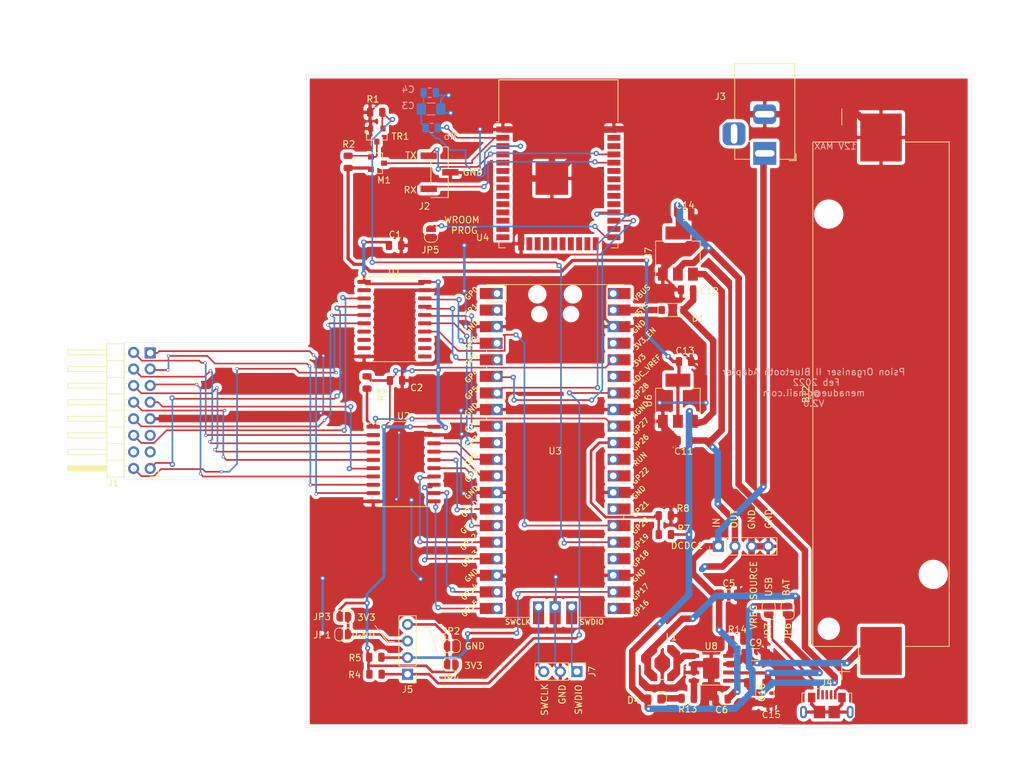
<source format=kicad_pcb>
(kicad_pcb (version 20171130) (host pcbnew 5.1.5+dfsg1-2build2)
  (layers (0 F.Cu signal) (31 B.Cu signal) (34 B.Paste user) (35 F.Paste user) (36 B.SilkS user) (37 F.SilkS user) (38 B.Mask user) (39 F.Mask user) (44 Edge.Cuts user))
  (net 0 "")
  (net 1 GND)
  (net 2 SS)
  (net 3 SOE)
  (net 4 SCLK)
  (net 5 SMR)
  (net 6 SD6)
  (net 7 SD7)
  (net 8 SD4)
  (net 9 SD5)
  (net 10 SD2)
  (net 11 SD3)
  (net 12 SD0)
  (net 13 SD1)
  (net 14 +3V3)
  (net 15 I2C_SCLK)
  (net 16 I2C_SDA)
  (net 17 P_SD7)
  (net 18 P_SD6)
  (net 19 P_SD5)
  (net 20 P_SD4)
  (net 21 P_SD3)
  (net 22 P_SD2)
  (net 23 P_SD1)
  (net 24 P_SD0)
  (net 25 P_SPGM)
  (net 26 P_SS)
  (net 27 P_SOE)
  (net 28 P_SCLK)
  (net 29 P_SMR)
  (net 30 3V3_EN)
  (net 31 VBUS)
  (net 32 ADC_REF)
  (net 33 RUN)
  (net 34 "Net-(J5-Pad3)")
  (net 35 LS_DIR)
  (net 36 IP_CLK)
  (net 37 OP_CLK)
  (net 38 "Net-(C3-Pad1)")
  (net 39 "Net-(J2-Pad3)")
  (net 40 "Net-(J2-Pad1)")
  (net 41 "Net-(J5-Pad4)")
  (net 42 "Net-(J7-Pad3)")
  (net 43 "Net-(J7-Pad1)")
  (net 44 "Net-(JP5-Pad1)")
  (net 45 WROOM_ON)
  (net 46 "Net-(M1-Pad1)")
  (net 47 VCC_ESP)
  (net 48 "Net-(U3-Pad21)")
  (net 49 "Net-(U3-Pad24)")
  (net 50 PICO_RX)
  (net 51 PICO_TX)
  (net 52 "Net-(U3-Pad2)")
  (net 53 "Net-(U3-Pad1)")
  (net 54 VREG)
  (net 55 "Net-(D1-Pad1)")
  (net 56 "Net-(BT2-Pad1)")
  (net 57 ESP_3V3)
  (net 58 "Net-(D4-Pad1)")
  (net 59 "Net-(L1-Pad1)")
  (net 60 "Net-(R13-Pad1)")
  (net 61 "Net-(R14-Pad1)")
  (net 62 "Net-(C5-Pad1)")
  (net 63 "Net-(C11-Pad1)")
  (net 64 "Net-(C14-Pad1)")
  (net 65 "Net-(C15-Pad1)")
  (net 66 "Net-(J4-Pad6)")
  (net 67 "Net-(J4-Pad1)")
  (net 68 "Net-(R7-Pad2)")
  (module Resistor_SMD:R_0805_2012Metric (layer F.Cu) (at 160.8 112.6)
    (fp_text reference R8 (at 2.8 -1.1) (layer F.SilkS))
    (fp_text value R_Small)
    (pad 2 smd roundrect (at 0.9375 0) (size 0.975 1.4) (layers F.Cu F.Paste F.Mask) (net 1 GND))
    (pad 1 smd roundrect (at -0.9375 0) (size 0.975 1.4) (layers F.Cu F.Paste F.Mask) (net 68 "Net-(R7-Pad2)"))
  )
  (module Resistor_SMD:R_0805_2012Metric (layer F.Cu) (at 160.8 115.5 180)
    (fp_text reference R7 (at -2.9 0.9) (layer F.SilkS))
    (fp_text value R_Small)
    (pad 2 smd roundrect (at 0.9375 0 180) (size 0.975 1.4) (layers F.Cu F.Paste F.Mask) (net 68 "Net-(R7-Pad2)"))
    (pad 1 smd roundrect (at -0.9375 0 180) (size 0.975 1.4) (layers F.Cu F.Paste F.Mask) (net 54 VREG))
  )
  (module Connector_USB:USB_Micro-B_GCT_USB3076-30-A (layer F.Cu) (at 185.6 141.5)
    (fp_text reference J4 (at 0 -3.3) (layer F.SilkS))
    (fp_text value Connector_USB_B_Micro)
    (pad 6 smd rect (at -2.32 -1.03) (size 1.15 1.45) (layers F.Cu F.Paste F.Mask) (net 66 "Net-(J4-Pad6)"))
    (pad 6 smd rect (at 2.32 -1.03) (size 1.15 1.45) (layers F.Cu F.Paste F.Mask) (net 66 "Net-(J4-Pad6)"))
    (pad 6 thru_hole oval (at 3.575 1.2) (size 1.05 1.9) (drill oval 0.45 1.25) (layers *.Cu *.Mask) (net 66 "Net-(J4-Pad6)"))
    (pad 6 thru_hole oval (at -3.575 1.2 180) (size 1.05 1.9) (drill oval 0.45 1.25) (layers *.Cu *.Mask) (net 66 "Net-(J4-Pad6)"))
    (pad 6 smd rect (at -1.125 1.2) (size 1.75 1.9) (layers F.Cu F.Paste F.Mask) (net 66 "Net-(J4-Pad6)"))
    (pad 3 smd rect (at 0 -1.45) (size 0.4 1.4) (layers F.Cu F.Paste F.Mask))
    (pad 4 smd rect (at 0.65 -1.45) (size 0.4 1.4) (layers F.Cu F.Paste F.Mask))
    (pad 5 smd rect (at 1.3 -1.45) (size 0.4 1.4) (layers F.Cu F.Paste F.Mask) (net 1 GND))
    (pad 1 smd rect (at -1.3 -1.45) (size 0.4 1.4) (layers F.Cu F.Paste F.Mask) (net 67 "Net-(J4-Pad1)"))
    (pad 2 smd rect (at -0.65 -1.45) (size 0.4 1.4) (layers F.Cu F.Paste F.Mask))
    (pad 6 smd rect (at 1.125 1.2) (size 1.75 1.9) (layers F.Cu F.Paste F.Mask) (net 66 "Net-(J4-Pad6)"))
  )
  (module Jumper:SolderJumper-2_P1.3mm_Open_RoundedPad1.0x1.5mm (layer F.Cu) (at 176.7 127.15 270)
    (fp_text reference JP7 (at 3.25 0.1 90) (layer F.SilkS))
    (fp_text value Jumper_NO_Small)
    (pad 2 smd custom (at 0.65 0 270) (size 1 0.5) (layers F.Cu F.Mask) (net 67 "Net-(J4-Pad1)") (options (clearance outline) (anchor rect)) (primitives (gr_circle (center 0 0.25) (end 0.5 0.25) (width 0)) (gr_circle (center 0 -0.25) (end 0.5 -0.25) (width 0)) (gr_poly (pts (xy 0 -0.75) (xy -0.5 -0.75) (xy -0.5 0.75) (xy 0 0.75)) (width 0))))
    (pad 1 smd custom (at -0.65 0 270) (size 1 0.5) (layers F.Cu F.Mask) (net 54 VREG) (options (clearance outline) (anchor rect)) (primitives (gr_circle (center 0 0.25) (end 0.5 0.25) (width 0)) (gr_circle (center 0 -0.25) (end 0.5 -0.25) (width 0)) (gr_poly (pts (xy 0 -0.75) (xy 0.5 -0.75) (xy 0.5 0.75) (xy 0 0.75)) (width 0))))
  )
  (module Jumper:SolderJumper-2_P1.3mm_Open_RoundedPad1.0x1.5mm (layer F.Cu) (at 179.6 127.1 270)
    (fp_text reference JP6 (at 3.3 0 90) (layer F.SilkS))
    (fp_text value Jumper_NO_Small)
    (pad 2 smd custom (at 0.65 0 270) (size 1 0.5) (layers F.Cu F.Mask) (net 65 "Net-(C15-Pad1)") (options (clearance outline) (anchor rect)) (primitives (gr_circle (center 0 0.25) (end 0.5 0.25) (width 0)) (gr_circle (center 0 -0.25) (end 0.5 -0.25) (width 0)) (gr_poly (pts (xy 0 -0.75) (xy -0.5 -0.75) (xy -0.5 0.75) (xy 0 0.75)) (width 0))))
    (pad 1 smd custom (at -0.65 0 270) (size 1 0.5) (layers F.Cu F.Mask) (net 54 VREG) (options (clearance outline) (anchor rect)) (primitives (gr_circle (center 0 0.25) (end 0.5 0.25) (width 0)) (gr_circle (center 0 -0.25) (end 0.5 -0.25) (width 0)) (gr_poly (pts (xy 0 -0.75) (xy 0.5 -0.75) (xy 0.5 0.75) (xy 0 0.75)) (width 0))))
  )
  (module Capacitor_SMD:C_1206_3216Metric_Pad1.42x1.75mm_HandSolder (layer F.Cu) (at 173.8 139.7 270)
    (fp_text reference C16 (at 0 -1.82 90) (layer F.SilkS))
    (fp_text value 10uF)
    (pad 2 smd roundrect (at 1.4875 0 270) (size 1.425 1.75) (layers F.Cu F.Paste F.Mask) (roundrect_rratio 0.175439) (net 1 GND))
    (pad 1 smd roundrect (at -1.4875 0 270) (size 1.425 1.75) (layers F.Cu F.Paste F.Mask) (roundrect_rratio 0.175439) (net 64 "Net-(C14-Pad1)"))
  )
  (module Connector_PinHeader_2.54mm:PinHeader_1x04_P2.54mm_Vertical (layer F.Cu) (at 169 117.3 90)
    (fp_text reference DCDC1 (at 0.1 -4.8 180) (layer F.SilkS))
    (fp_text value dcdc)
    (pad 4 thru_hole oval (at 0 7.62 90) (size 1.7 1.7) (drill 1) (layers *.Cu *.Mask) (net 1 GND))
    (pad 3 thru_hole oval (at 0 5.08 90) (size 1.7 1.7) (drill 1) (layers *.Cu *.Mask) (net 1 GND))
    (pad 2 thru_hole oval (at 0 2.54 90) (size 1.7 1.7) (drill 1) (layers *.Cu *.Mask) (net 63 "Net-(C11-Pad1)"))
    (pad 1 thru_hole rect (at 0 0 90) (size 1.7 1.7) (drill 1) (layers *.Cu *.Mask) (net 62 "Net-(C5-Pad1)"))
  )
  (module Capacitor_SMD:C_1206_3216Metric_Pad1.42x1.75mm_HandSolder (layer F.Cu) (at 170.6 124.8)
    (fp_text reference C5 (at 0 -1.82) (layer F.SilkS))
    (fp_text value 10uF)
    (pad 2 smd roundrect (at 1.4875 0) (size 1.425 1.75) (layers F.Cu F.Paste F.Mask) (roundrect_rratio 0.175439) (net 1 GND))
    (pad 1 smd roundrect (at -1.4875 0) (size 1.425 1.75) (layers F.Cu F.Paste F.Mask) (roundrect_rratio 0.175439) (net 62 "Net-(C5-Pad1)"))
  )
  (module Resistor_SMD:R_0805_2012Metric (layer F.Cu) (at 171.9 131.7)
    (fp_text reference R14 (at 0 -1.65) (layer F.SilkS))
    (fp_text value 500R)
    (pad 2 smd roundrect (at 0.9375 0) (size 0.975 1.4) (layers F.Cu F.Paste F.Mask) (net 1 GND))
    (pad 1 smd roundrect (at -0.9375 0) (size 0.975 1.4) (layers F.Cu F.Paste F.Mask) (net 61 "Net-(R14-Pad1)"))
  )
  (module Capacitor_SMD:C_0805_2012Metric (layer F.Cu) (at 169.5 140.7 180)
    (fp_text reference C6 (at 0 -1.65) (layer F.SilkS))
    (fp_text value 100nF)
    (pad 2 smd roundrect (at 0.9375 0 180) (size 0.975 1.4) (layers F.Cu F.Paste F.Mask) (net 1 GND))
    (pad 1 smd roundrect (at -0.9375 0 180) (size 0.975 1.4) (layers F.Cu F.Paste F.Mask) (net 62 "Net-(C5-Pad1)"))
  )
  (module Package_SO:SOIC-8-1EP_3.9x4.9mm_P1.27mm_EP2.514x3.2mm (layer F.Cu) (at 167.9 136)
    (fp_text reference U8 (at 0 -3.4) (layer F.SilkS))
    (fp_text value ETA6002)
    (pad 8 smd roundrect (at 2.6375 -1.905) (size 1.625 0.6) (layers F.Cu F.Paste F.Mask) (net 61 "Net-(R14-Pad1)"))
    (pad 7 smd roundrect (at 2.6375 -0.635) (size 1.625 0.6) (layers F.Cu F.Paste F.Mask) (net 56 "Net-(BT2-Pad1)"))
    (pad 6 smd roundrect (at 2.6375 0.635) (size 1.625 0.6) (layers F.Cu F.Paste F.Mask) (net 65 "Net-(C15-Pad1)"))
    (pad 5 smd roundrect (at 2.6375 1.905) (size 1.625 0.6) (layers F.Cu F.Paste F.Mask) (net 64 "Net-(C14-Pad1)"))
    (pad 4 smd roundrect (at -2.6375 1.905) (size 1.625 0.6) (layers F.Cu F.Paste F.Mask) (net 60 "Net-(R13-Pad1)"))
    (pad 3 smd roundrect (at -2.6375 0.635) (size 1.625 0.6) (layers F.Cu F.Paste F.Mask) (net 1 GND))
    (pad 2 smd roundrect (at -2.6375 -0.635) (size 1.625 0.6) (layers F.Cu F.Paste F.Mask) (net 1 GND))
    (pad 1 smd roundrect (at -2.6375 -1.905) (size 1.625 0.6) (layers F.Cu F.Paste F.Mask) (net 59 "Net-(L1-Pad1)"))
    (pad 9 smd roundrect (at 0 0) (size 2.514 3.2) (layers F.Cu F.Mask) (roundrect_rratio 0.099443) (net 1 GND))
  )
  (module Resistor_SMD:R_0805_2012Metric (layer F.Cu) (at 164.3 140.6 180)
    (fp_text reference R13 (at 0 -1.65) (layer F.SilkS))
    (fp_text value 2k2)
    (pad 2 smd roundrect (at 0.9375 0 180) (size 0.975 1.4) (layers F.Cu F.Paste F.Mask) (net 58 "Net-(D4-Pad1)"))
    (pad 1 smd roundrect (at -0.9375 0 180) (size 0.975 1.4) (layers F.Cu F.Paste F.Mask) (net 60 "Net-(R13-Pad1)"))
  )
  (module Inductor_SMD:L_Coilcraft_LPS5030 (layer F.Cu) (at 160.4 135.2 180)
    (fp_text reference L1 (at -1.4 4) (layer F.SilkS))
    (fp_text value 2.2uH)
    (pad 2 smd custom (at 2.2275 0 180) (size 1.055 3.4) (layers F.Cu F.Paste F.Mask) (net 65 "Net-(C15-Pad1)") (options (clearance outline) (anchor rect)) (primitives (gr_poly (pts (xy -1.4675 -1.7) (xy -0.5275 -0.8445) (xy -0.5275 0.8445) (xy -1.4675 1.7) (xy -1.4675 2.755) (xy -0.5275 2.755) (xy 0.5275 1.7) (xy 0.5275 -1.7) (xy -0.5275 -2.755) (xy -1.4675 -2.755)) (width 0))))
    (pad 1 smd custom (at -2.2275 0 180) (size 1.055 3.4) (layers F.Cu F.Paste F.Mask) (net 59 "Net-(L1-Pad1)") (options (clearance outline) (anchor rect)) (primitives (gr_poly (pts (xy 1.4675 -1.7) (xy 0.5275 -0.8445) (xy 0.5275 0.8445) (xy 1.4675 1.7) (xy 1.4675 2.755) (xy 0.5275 2.755) (xy -0.5275 1.7) (xy -0.5275 -1.7) (xy 0.5275 -2.755) (xy 1.4675 -2.755)) (width 0))))
  )
  (module LED_SMD:LED_0805_2012Metric_Pad1.15x1.40mm_HandSolder (layer F.Cu) (at 159.2 140.7 180)
    (fp_text reference D4 (at 3.2 -0.2) (layer F.SilkS))
    (fp_text value LED)
    (pad 2 smd roundrect (at 1.025 0 180) (size 1.15 1.4) (layers F.Cu F.Paste F.Mask) (roundrect_rratio 0.217391) (net 54 VREG))
    (pad 1 smd roundrect (at -1.025 0 180) (size 1.15 1.4) (layers F.Cu F.Paste F.Mask) (roundrect_rratio 0.217391) (net 58 "Net-(D4-Pad1)"))
  )
  (module Capacitor_SMD:C_1206_3216Metric_Pad1.42x1.75mm_HandSolder (layer F.Cu) (at 176.6 139.8 270)
    (fp_text reference C15 (at 3.3 -0.5 180) (layer F.SilkS))
    (fp_text value 22uF)
    (pad 2 smd roundrect (at 1.4875 0 270) (size 1.425 1.75) (layers F.Cu F.Paste F.Mask) (roundrect_rratio 0.175439) (net 1 GND))
    (pad 1 smd roundrect (at -1.4875 0 270) (size 1.425 1.75) (layers F.Cu F.Paste F.Mask) (roundrect_rratio 0.175439) (net 65 "Net-(C15-Pad1)"))
  )
  (module Capacitor_SMD:C_1206_3216Metric_Pad1.42x1.75mm_HandSolder (layer F.Cu) (at 174.7 133.9)
    (fp_text reference C9 (at 0 -1.82) (layer F.SilkS))
    (fp_text value 1uF)
    (pad 2 smd roundrect (at 1.4875 0) (size 1.425 1.75) (layers F.Cu F.Paste F.Mask) (roundrect_rratio 0.175439) (net 1 GND))
    (pad 1 smd roundrect (at -1.4875 0) (size 1.425 1.75) (layers F.Cu F.Paste F.Mask) (roundrect_rratio 0.175439) (net 56 "Net-(BT2-Pad1)"))
  )
  (module Battery:BatteryHolder_Keystone_1042_1x18650 (layer F.Cu) (at 193.9 94 90)
    (fp_text reference BT2 (at 0 -11.5 90) (layer F.SilkS))
    (fp_text value Battery_Cell)
    (pad "" np_thru_hole circle (at -35.93 -8 90) (size 2.39 2.39) (drill 2.39) (layers *.Cu *.Mask))
    (pad "" np_thru_hole circle (at -27.6 8 90) (size 3.45 3.45) (drill 3.45) (layers *.Cu *.Mask))
    (pad "" np_thru_hole circle (at 27.6 -8 90) (size 3.45 3.45) (drill 3.45) (layers *.Cu *.Mask))
    (pad 2 smd rect (at 39.33 0 90) (size 7.34 6.35) (layers F.Cu F.Paste F.Mask) (net 1 GND))
    (pad 1 smd rect (at -39.33 0 90) (size 7.34 6.35) (layers F.Cu F.Paste F.Mask) (net 56 "Net-(BT2-Pad1)"))
  )
  (module Connector_BarrelJack:BarrelJack_Horizontal (layer F.Cu) (at 176.1 57.1 270)
    (fp_text reference J3 (at -8.7 6.8 180) (layer F.SilkS))
    (fp_text value Barrel_Jack)
    (pad 3 thru_hole roundrect (at -3 4.7 270) (size 3.5 3.5) (drill oval 3 1) (layers *.Cu *.Mask))
    (pad 2 thru_hole roundrect (at -6 0 270) (size 3 3.5) (drill oval 1 3) (layers *.Cu *.Mask) (net 1 GND))
    (pad 1 thru_hole rect (at 0 0 270) (size 3.5 3.5) (drill oval 1 3) (layers *.Cu *.Mask) (net 62 "Net-(C5-Pad1)"))
  )
  (module Package_TO_SOT_SMD:SOT-223-3_TabPin2 (layer F.Cu) (at 162.8 72.45 90)
    (fp_text reference U7 (at 0 -4.5 90) (layer F.SilkS))
    (fp_text value AMS1117-5.0)
    (pad 1 smd rect (at -3.15 -2.3 90) (size 2 1.5) (layers F.Cu F.Paste F.Mask) (net 1 GND))
    (pad 3 smd rect (at -3.15 2.3 90) (size 2 1.5) (layers F.Cu F.Paste F.Mask) (net 63 "Net-(C11-Pad1)"))
    (pad 2 smd rect (at -3.15 0 90) (size 2 1.5) (layers F.Cu F.Paste F.Mask) (net 64 "Net-(C14-Pad1)"))
    (pad 2 smd rect (at 3.15 0 90) (size 2 3.8) (layers F.Cu F.Paste F.Mask) (net 64 "Net-(C14-Pad1)"))
  )
  (module Package_TO_SOT_SMD:SOT-223-3_TabPin2 (layer F.Cu) (at 162.8 95 90)
    (fp_text reference U6 (at 0 -4.5 90) (layer F.SilkS))
    (fp_text value AMS1117-3.3)
    (pad 1 smd rect (at -3.15 -2.3 90) (size 2 1.5) (layers F.Cu F.Paste F.Mask) (net 1 GND))
    (pad 3 smd rect (at -3.15 2.3 90) (size 2 1.5) (layers F.Cu F.Paste F.Mask) (net 54 VREG))
    (pad 2 smd rect (at -3.15 0 90) (size 2 1.5) (layers F.Cu F.Paste F.Mask) (net 57 ESP_3V3))
    (pad 2 smd rect (at 3.15 0 90) (size 2 3.8) (layers F.Cu F.Paste F.Mask) (net 57 ESP_3V3))
  )
  (module Diode_SMD:D_SOD-123 (layer F.Cu) (at 162 81.1)
    (fp_text reference D1 (at 3.9 1.3) (layer F.SilkS))
    (fp_text value D_Schottky)
    (pad 2 smd rect (at 1.65 0) (size 0.9 1.2) (layers F.Cu F.Paste F.Mask) (net 54 VREG))
    (pad 1 smd rect (at -1.65 0) (size 0.9 1.2) (layers F.Cu F.Paste F.Mask) (net 55 "Net-(D1-Pad1)"))
  )
  (module Capacitor_SMD:C_0805_2012Metric (layer F.Cu) (at 163.9 66.7)
    (fp_text reference C14 (at 0 -1.65) (layer F.SilkS))
    (fp_text value 100nF)
    (pad 2 smd roundrect (at 0.9375 0) (size 0.975 1.4) (layers F.Cu F.Paste F.Mask) (net 1 GND))
    (pad 1 smd roundrect (at -0.9375 0) (size 0.975 1.4) (layers F.Cu F.Paste F.Mask) (net 64 "Net-(C14-Pad1)"))
  )
  (module Capacitor_SMD:C_0805_2012Metric (layer F.Cu) (at 163.9 89)
    (fp_text reference C13 (at 0 -1.65) (layer F.SilkS))
    (fp_text value 100nF)
    (pad 2 smd roundrect (at 0.9375 0) (size 0.975 1.4) (layers F.Cu F.Paste F.Mask) (net 1 GND))
    (pad 1 smd roundrect (at -0.9375 0) (size 0.975 1.4) (layers F.Cu F.Paste F.Mask) (net 57 ESP_3V3))
  )
  (module Capacitor_SMD:C_0805_2012Metric (layer F.Cu) (at 164.2 78 180)
    (fp_text reference C12 (at -3.4 -0.2) (layer F.SilkS))
    (fp_text value 100nF)
    (pad 2 smd roundrect (at 0.9375 0 180) (size 0.975 1.4) (layers F.Cu F.Paste F.Mask) (net 1 GND))
    (pad 1 smd roundrect (at -0.9375 0 180) (size 0.975 1.4) (layers F.Cu F.Paste F.Mask) (net 54 VREG))
  )
  (module Capacitor_SMD:C_0805_2012Metric (layer F.Cu) (at 163.7 101.1 180)
    (fp_text reference C11 (at 0 -1.65) (layer F.SilkS))
    (fp_text value 100nF)
    (pad 2 smd roundrect (at 0.9375 0 180) (size 0.975 1.4) (layers F.Cu F.Paste F.Mask) (net 1 GND))
    (pad 1 smd roundrect (at -0.9375 0 180) (size 0.975 1.4) (layers F.Cu F.Paste F.Mask) (net 63 "Net-(C11-Pad1)"))
  )
  (module Capacitor_SMD:C_1206_3216Metric_Pad1.42x1.75mm_HandSolder (layer B.Cu) (at 125 50.3)
    (fp_text reference C3 (at -3.5 -0.5) (layer B.SilkS) (effects (justify mirror)))
    (fp_text value 4u7)
    (pad 2 smd roundrect (at 1.4875 0) (size 1.425 1.75) (layers B.Cu B.Paste B.Mask) (roundrect_rratio 0.175439) (net 1 GND))
    (pad 1 smd roundrect (at -1.4875 0) (size 1.425 1.75) (layers B.Cu B.Paste B.Mask) (roundrect_rratio 0.175439) (net 38 "Net-(C3-Pad1)"))
  )
  (module Package_TO_SOT_SMD:SOT-23 (layer F.Cu) (at 116.7 54.3 270)
    (fp_text reference TR1 (at 0.2 -3.6 180) (layer F.SilkS))
    (fp_text value New_Library_Si2302CDS-n-channel)
    (pad 3 smd rect (at 1 0 270) (size 0.9 0.8) (layers F.Cu F.Paste F.Mask) (net 46 "Net-(M1-Pad1)"))
    (pad 2 smd rect (at -1 0.95 270) (size 0.9 0.8) (layers F.Cu F.Paste F.Mask) (net 1 GND))
    (pad 1 smd rect (at -1 -0.95 270) (size 0.9 0.8) (layers F.Cu F.Paste F.Mask) (net 45 WROOM_ON))
  )
  (module Package_TO_SOT_SMD:SOT-23 (layer F.Cu) (at 116.8 58.6)
    (fp_text reference M1 (at 1 2.6) (layer F.SilkS))
    (fp_text value P-CHANNEL-MOSFET)
    (pad 3 smd rect (at 1 0) (size 0.9 0.8) (layers F.Cu F.Paste F.Mask) (net 47 VCC_ESP))
    (pad 2 smd rect (at -1 0.95) (size 0.9 0.8) (layers F.Cu F.Paste F.Mask) (net 57 ESP_3V3))
    (pad 1 smd rect (at -1 -0.95) (size 0.9 0.8) (layers F.Cu F.Paste F.Mask) (net 46 "Net-(M1-Pad1)"))
  )
  (module psion_org_2:Psion_datapak_2x08_P2.54mm_Horizontal (layer F.Cu) (at 82 105.38 180)
    (fp_text reference J1 (at 5.655 -2.27) (layer F.SilkS))
    (fp_text value Conn_02x08_Odd_Even)
    (pad 16 thru_hole oval (at 2.54 0) (size 1.7 1.7) (drill 1) (layers *.Cu *.Mask) (net 5 SMR))
    (pad 15 thru_hole oval (at 0 0 180) (size 1.7 1.7) (drill 1) (layers *.Cu *.Mask) (net 3 SOE))
    (pad 14 thru_hole oval (at 2.54 2.54) (size 1.7 1.7) (drill 1) (layers *.Cu *.Mask))
    (pad 13 thru_hole oval (at 0 2.54 180) (size 1.7 1.7) (drill 1) (layers *.Cu *.Mask))
    (pad 12 thru_hole oval (at 2.54 5.08) (size 1.7 1.7) (drill 1) (layers *.Cu *.Mask) (net 2 SS))
    (pad 11 thru_hole oval (at 0 5.08 180) (size 1.7 1.7) (drill 1) (layers *.Cu *.Mask))
    (pad 10 thru_hole oval (at 2.54 7.62) (size 1.7 1.7) (drill 1) (layers *.Cu *.Mask) (net 4 SCLK))
    (pad 9 thru_hole oval (at 0 7.62 180) (size 1.7 1.7) (drill 1) (layers *.Cu *.Mask) (net 1 GND))
    (pad 8 thru_hole oval (at 2.54 10.16) (size 1.7 1.7) (drill 1) (layers *.Cu *.Mask) (net 11 SD3))
    (pad 7 thru_hole oval (at 0 10.16 180) (size 1.7 1.7) (drill 1) (layers *.Cu *.Mask) (net 8 SD4))
    (pad 6 thru_hole oval (at 2.54 12.7) (size 1.7 1.7) (drill 1) (layers *.Cu *.Mask) (net 10 SD2))
    (pad 5 thru_hole oval (at 0 12.7 180) (size 1.7 1.7) (drill 1) (layers *.Cu *.Mask) (net 9 SD5))
    (pad 4 thru_hole oval (at 2.54 15.24) (size 1.7 1.7) (drill 1) (layers *.Cu *.Mask) (net 13 SD1))
    (pad 3 thru_hole oval (at 0 15.24 180) (size 1.7 1.7) (drill 1) (layers *.Cu *.Mask) (net 6 SD6))
    (pad 2 thru_hole oval (at 2.54 17.78) (size 1.7 1.7) (drill 1) (layers *.Cu *.Mask) (net 12 SD0))
    (pad 1 thru_hole rect (at 0 17.7 180) (size 1.7 1.7) (drill 1) (layers *.Cu *.Mask) (net 7 SD7))
  )
  (module RF_Module:ESP32-WROOM-32 (layer F.Cu) (at 144.5 61.7)
    (fp_text reference U4 (at -11.6 8.3 180) (layer F.SilkS))
    (fp_text value ESP32-WROOM-32)
    (pad 38 smd rect (at 8.5 -8.255) (size 2 0.9) (layers F.Cu F.Paste F.Mask) (net 1 GND))
    (pad 37 smd rect (at 8.5 -6.985) (size 2 0.9) (layers F.Cu F.Paste F.Mask))
    (pad 36 smd rect (at 8.5 -5.715) (size 2 0.9) (layers F.Cu F.Paste F.Mask))
    (pad 35 smd rect (at 8.5 -4.445) (size 2 0.9) (layers F.Cu F.Paste F.Mask) (net 40 "Net-(J2-Pad1)"))
    (pad 34 smd rect (at 8.5 -3.175) (size 2 0.9) (layers F.Cu F.Paste F.Mask) (net 39 "Net-(J2-Pad3)"))
    (pad 33 smd rect (at 8.5 -1.905) (size 2 0.9) (layers F.Cu F.Paste F.Mask))
    (pad 32 smd rect (at 8.5 -0.635) (size 2 0.9) (layers F.Cu F.Paste F.Mask))
    (pad 31 smd rect (at 8.5 0.635) (size 2 0.9) (layers F.Cu F.Paste F.Mask))
    (pad 30 smd rect (at 8.5 1.905) (size 2 0.9) (layers F.Cu F.Paste F.Mask))
    (pad 29 smd rect (at 8.5 3.175) (size 2 0.9) (layers F.Cu F.Paste F.Mask))
    (pad 28 smd rect (at 8.5 4.445) (size 2 0.9) (layers F.Cu F.Paste F.Mask) (net 50 PICO_RX))
    (pad 27 smd rect (at 8.5 5.715) (size 2 0.9) (layers F.Cu F.Paste F.Mask) (net 51 PICO_TX))
    (pad 26 smd rect (at 8.5 6.985) (size 2 0.9) (layers F.Cu F.Paste F.Mask))
    (pad 25 smd rect (at 8.5 8.255) (size 2 0.9) (layers F.Cu F.Paste F.Mask) (net 44 "Net-(JP5-Pad1)"))
    (pad 24 smd rect (at 5.715 9.255 90) (size 2 0.9) (layers F.Cu F.Paste F.Mask))
    (pad 23 smd rect (at 4.445 9.255 90) (size 2 0.9) (layers F.Cu F.Paste F.Mask))
    (pad 22 smd rect (at 3.175 9.255 90) (size 2 0.9) (layers F.Cu F.Paste F.Mask))
    (pad 21 smd rect (at 1.905 9.255 90) (size 2 0.9) (layers F.Cu F.Paste F.Mask))
    (pad 20 smd rect (at 0.635 9.255 90) (size 2 0.9) (layers F.Cu F.Paste F.Mask))
    (pad 19 smd rect (at -0.635 9.255 90) (size 2 0.9) (layers F.Cu F.Paste F.Mask))
    (pad 18 smd rect (at -1.905 9.255 90) (size 2 0.9) (layers F.Cu F.Paste F.Mask))
    (pad 17 smd rect (at -3.175 9.255 90) (size 2 0.9) (layers F.Cu F.Paste F.Mask))
    (pad 16 smd rect (at -4.445 9.255 90) (size 2 0.9) (layers F.Cu F.Paste F.Mask))
    (pad 15 smd rect (at -5.715 9.255 90) (size 2 0.9) (layers F.Cu F.Paste F.Mask) (net 1 GND))
    (pad 14 smd rect (at -8.5 8.255) (size 2 0.9) (layers F.Cu F.Paste F.Mask))
    (pad 13 smd rect (at -8.5 6.985) (size 2 0.9) (layers F.Cu F.Paste F.Mask))
    (pad 12 smd rect (at -8.5 5.715) (size 2 0.9) (layers F.Cu F.Paste F.Mask))
    (pad 11 smd rect (at -8.5 4.445) (size 2 0.9) (layers F.Cu F.Paste F.Mask))
    (pad 10 smd rect (at -8.5 3.175) (size 2 0.9) (layers F.Cu F.Paste F.Mask))
    (pad 9 smd rect (at -8.5 1.905) (size 2 0.9) (layers F.Cu F.Paste F.Mask))
    (pad 8 smd rect (at -8.5 0.635) (size 2 0.9) (layers F.Cu F.Paste F.Mask))
    (pad 7 smd rect (at -8.5 -0.635) (size 2 0.9) (layers F.Cu F.Paste F.Mask))
    (pad 6 smd rect (at -8.5 -1.905) (size 2 0.9) (layers F.Cu F.Paste F.Mask))
    (pad 5 smd rect (at -8.5 -3.175) (size 2 0.9) (layers F.Cu F.Paste F.Mask))
    (pad 4 smd rect (at -8.5 -4.445) (size 2 0.9) (layers F.Cu F.Paste F.Mask))
    (pad 3 smd rect (at -8.5 -5.715) (size 2 0.9) (layers F.Cu F.Paste F.Mask) (net 38 "Net-(C3-Pad1)"))
    (pad 2 smd rect (at -8.5 -6.985) (size 2 0.9) (layers F.Cu F.Paste F.Mask) (net 47 VCC_ESP))
    (pad 1 smd rect (at -8.5 -8.255) (size 2 0.9) (layers F.Cu F.Paste F.Mask) (net 1 GND))
    (pad 39 smd rect (at -1 -0.755) (size 5 5) (layers F.Cu F.Paste F.Mask) (net 1 GND))
  )
  (module rp2040:RPi_Pico_SMD_TH (layer F.Cu) (at 144 102.7)
    (fp_text reference U3 (at 0 0) (layer F.SilkS))
    (fp_text value Pico)
    (fp_text user SWDIO (at 5.6 26.2) (layer F.SilkS) (effects (font (size 0.8 0.8))))
    (fp_text user SWCLK (at -5.7 26.2) (layer F.SilkS) (effects (font (size 0.8 0.8))))
    (fp_text user AGND (at 13.054 -6.35 45) (layer F.SilkS) (effects (font (size 0.8 0.8))))
    (fp_text user GND (at 12.8 -19.05 45) (layer F.SilkS) (effects (font (size 0.8 0.8))))
    (fp_text user GND (at 12.8 6.35 45) (layer F.SilkS) (effects (font (size 0.8 0.8))))
    (fp_text user GND (at 12.8 19.05 45) (layer F.SilkS) (effects (font (size 0.8 0.8))))
    (fp_text user GND (at -12.8 19.05 45) (layer F.SilkS) (effects (font (size 0.8 0.8))))
    (fp_text user GND (at -12.8 6.35 45) (layer F.SilkS) (effects (font (size 0.8 0.8))))
    (fp_text user GND (at -12.8 -6.35 45) (layer F.SilkS) (effects (font (size 0.8 0.8))))
    (fp_text user GND (at -12.8 -19.05 45) (layer F.SilkS) (effects (font (size 0.8 0.8))))
    (fp_text user VBUS (at 13.3 -24.2 45) (layer F.SilkS) (effects (font (size 0.8 0.8))))
    (fp_text user VSYS (at 13.2 -21.59 45) (layer F.SilkS) (effects (font (size 0.8 0.8))))
    (fp_text user 3V3_EN (at 13.7 -17.2 45) (layer F.SilkS) (effects (font (size 0.8 0.8))))
    (fp_text user 3V3 (at 12.9 -13.9 45) (layer F.SilkS) (effects (font (size 0.8 0.8))))
    (fp_text user ADC_VREF (at 14 -12.5 45) (layer F.SilkS) (effects (font (size 0.8 0.8))))
    (fp_text user GP28 (at 13.054 -9.144 45) (layer F.SilkS) (effects (font (size 0.8 0.8))))
    (fp_text user GP27 (at 13.054 -3.8 45) (layer F.SilkS) (effects (font (size 0.8 0.8))))
    (fp_text user GP26 (at 13.054 -1.27 45) (layer F.SilkS) (effects (font (size 0.8 0.8))))
    (fp_text user RUN (at 13 1.27 45) (layer F.SilkS) (effects (font (size 0.8 0.8))))
    (fp_text user GP22 (at 13.054 3.81 45) (layer F.SilkS) (effects (font (size 0.8 0.8))))
    (fp_text user GP21 (at 13.054 8.9 45) (layer F.SilkS) (effects (font (size 0.8 0.8))))
    (fp_text user GP20 (at 13.054 11.43 45) (layer F.SilkS) (effects (font (size 0.8 0.8))))
    (fp_text user GP19 (at 13.054 13.97 45) (layer F.SilkS) (effects (font (size 0.8 0.8))))
    (fp_text user GP18 (at 13.054 16.51 45) (layer F.SilkS) (effects (font (size 0.8 0.8))))
    (fp_text user GP17 (at 13.054 21.59 45) (layer F.SilkS) (effects (font (size 0.8 0.8))))
    (fp_text user GP16 (at 13.054 24.13 45) (layer F.SilkS) (effects (font (size 0.8 0.8))))
    (fp_text user GP15 (at -13.054 24.13 45) (layer F.SilkS) (effects (font (size 0.8 0.8))))
    (fp_text user GP14 (at -13.1 21.59 45) (layer F.SilkS) (effects (font (size 0.8 0.8))))
    (fp_text user GP13 (at -13.054 16.51 45) (layer F.SilkS) (effects (font (size 0.8 0.8))))
    (fp_text user GP12 (at -13.2 13.97 45) (layer F.SilkS) (effects (font (size 0.8 0.8))))
    (fp_text user GP11 (at -13.2 11.43 45) (layer F.SilkS) (effects (font (size 0.8 0.8))))
    (fp_text user GP10 (at -13.054 8.89 45) (layer F.SilkS) (effects (font (size 0.8 0.8))))
    (fp_text user GP9 (at -12.8 3.81 45) (layer F.SilkS) (effects (font (size 0.8 0.8))))
    (fp_text user GP8 (at -12.8 1.27 45) (layer F.SilkS) (effects (font (size 0.8 0.8))))
    (fp_text user GP7 (at -12.7 -1.3 45) (layer F.SilkS) (effects (font (size 0.8 0.8))))
    (fp_text user GP6 (at -12.8 -3.81 45) (layer F.SilkS) (effects (font (size 0.8 0.8))))
    (fp_text user GP5 (at -12.8 -8.89 45) (layer F.SilkS) (effects (font (size 0.8 0.8))))
    (fp_text user GP4 (at -12.8 -11.43 45) (layer F.SilkS) (effects (font (size 0.8 0.8))))
    (fp_text user GP3 (at -12.8 -13.97 45) (layer F.SilkS) (effects (font (size 0.8 0.8))))
    (fp_text user GP0 (at -12.8 -24.13 45) (layer F.SilkS) (effects (font (size 0.8 0.8))))
    (fp_text user GP2 (at -12.9 -16.51 45) (layer F.SilkS) (effects (font (size 0.8 0.8))))
    (fp_text user GP1 (at -12.9 -21.6 45) (layer F.SilkS) (effects (font (size 0.8 0.8))))
    (pad 43 thru_hole oval (at 2.54 23.9) (size 1.7 1.7) (drill 1.02) (layers *.Cu *.Mask) (net 43 "Net-(J7-Pad1)"))
    (pad 43 smd rect (at 2.54 23.9 90) (size 3.5 1.7) (drill (offset -0.9 0)) (layers F.Cu F.Mask) (net 43 "Net-(J7-Pad1)"))
    (pad 42 thru_hole rect (at 0 23.9) (size 1.7 1.7) (drill 1.02) (layers *.Cu *.Mask) (net 1 GND))
    (pad 42 smd rect (at 0 23.9 90) (size 3.5 1.7) (drill (offset -0.9 0)) (layers F.Cu F.Mask) (net 1 GND))
    (pad 41 thru_hole oval (at -2.54 23.9) (size 1.7 1.7) (drill 1.02) (layers *.Cu *.Mask) (net 42 "Net-(J7-Pad3)"))
    (pad 41 smd rect (at -2.54 23.9 90) (size 3.5 1.7) (drill (offset -0.9 0)) (layers F.Cu F.Mask) (net 42 "Net-(J7-Pad3)"))
    (pad "" np_thru_hole oval (at 2.425 -20.97) (size 1.5 1.5) (drill 1.5) (layers *.Cu *.Mask))
    (pad "" np_thru_hole oval (at -2.425 -20.97) (size 1.5 1.5) (drill 1.5) (layers *.Cu *.Mask))
    (pad "" np_thru_hole oval (at 2.725 -24) (size 1.8 1.8) (drill 1.8) (layers *.Cu *.Mask))
    (pad "" np_thru_hole oval (at -2.725 -24) (size 1.8 1.8) (drill 1.8) (layers *.Cu *.Mask))
    (pad 21 smd rect (at 8.89 24.13) (size 3.5 1.7) (drill (offset 0.9 0)) (layers F.Cu F.Mask) (net 48 "Net-(U3-Pad21)"))
    (pad 22 smd rect (at 8.89 21.59) (size 3.5 1.7) (drill (offset 0.9 0)) (layers F.Cu F.Mask) (net 15 I2C_SCLK))
    (pad 23 smd rect (at 8.89 19.05) (size 3.5 1.7) (drill (offset 0.9 0)) (layers F.Cu F.Mask) (net 1 GND))
    (pad 24 smd rect (at 8.89 16.51) (size 3.5 1.7) (drill (offset 0.9 0)) (layers F.Cu F.Mask) (net 49 "Net-(U3-Pad24)"))
    (pad 25 smd rect (at 8.89 13.97) (size 3.5 1.7) (drill (offset 0.9 0)) (layers F.Cu F.Mask) (net 45 WROOM_ON))
    (pad 26 smd rect (at 8.89 11.43) (size 3.5 1.7) (drill (offset 0.9 0)) (layers F.Cu F.Mask) (net 28 P_SCLK))
    (pad 27 smd rect (at 8.89 8.89) (size 3.5 1.7) (drill (offset 0.9 0)) (layers F.Cu F.Mask) (net 36 IP_CLK))
    (pad 28 smd rect (at 8.89 6.35) (size 3.5 1.7) (drill (offset 0.9 0)) (layers F.Cu F.Mask) (net 1 GND))
    (pad 29 smd rect (at 8.89 3.81) (size 3.5 1.7) (drill (offset 0.9 0)) (layers F.Cu F.Mask) (net 37 OP_CLK))
    (pad 30 smd rect (at 8.89 1.27) (size 3.5 1.7) (drill (offset 0.9 0)) (layers F.Cu F.Mask) (net 33 RUN))
    (pad 31 smd rect (at 8.89 -1.27) (size 3.5 1.7) (drill (offset 0.9 0)) (layers F.Cu F.Mask) (net 68 "Net-(R7-Pad2)"))
    (pad 32 smd rect (at 8.89 -3.81) (size 3.5 1.7) (drill (offset 0.9 0)) (layers F.Cu F.Mask) (net 35 LS_DIR))
    (pad 33 smd rect (at 8.89 -6.35) (size 3.5 1.7) (drill (offset 0.9 0)) (layers F.Cu F.Mask) (net 1 GND))
    (pad 34 smd rect (at 8.89 -8.89) (size 3.5 1.7) (drill (offset 0.9 0)) (layers F.Cu F.Mask) (net 16 I2C_SDA))
    (pad 35 smd rect (at 8.89 -11.43) (size 3.5 1.7) (drill (offset 0.9 0)) (layers F.Cu F.Mask) (net 32 ADC_REF))
    (pad 36 smd rect (at 8.89 -13.97) (size 3.5 1.7) (drill (offset 0.9 0)) (layers F.Cu F.Mask) (net 14 +3V3))
    (pad 37 smd rect (at 8.89 -16.51) (size 3.5 1.7) (drill (offset 0.9 0)) (layers F.Cu F.Mask) (net 30 3V3_EN))
    (pad 38 smd rect (at 8.89 -19.05) (size 3.5 1.7) (drill (offset 0.9 0)) (layers F.Cu F.Mask) (net 1 GND))
    (pad 39 smd rect (at 8.89 -21.59) (size 3.5 1.7) (drill (offset 0.9 0)) (layers F.Cu F.Mask) (net 55 "Net-(D1-Pad1)"))
    (pad 40 smd rect (at 8.89 -24.13) (size 3.5 1.7) (drill (offset 0.9 0)) (layers F.Cu F.Mask) (net 31 VBUS))
    (pad 20 smd rect (at -8.89 24.13) (size 3.5 1.7) (drill (offset -0.9 0)) (layers F.Cu F.Mask) (net 17 P_SD7))
    (pad 19 smd rect (at -8.89 21.59) (size 3.5 1.7) (drill (offset -0.9 0)) (layers F.Cu F.Mask) (net 18 P_SD6))
    (pad 18 smd rect (at -8.89 19.05) (size 3.5 1.7) (drill (offset -0.9 0)) (layers F.Cu F.Mask) (net 1 GND))
    (pad 17 smd rect (at -8.89 16.51) (size 3.5 1.7) (drill (offset -0.9 0)) (layers F.Cu F.Mask) (net 19 P_SD5))
    (pad 16 smd rect (at -8.89 13.97) (size 3.5 1.7) (drill (offset -0.9 0)) (layers F.Cu F.Mask) (net 20 P_SD4))
    (pad 15 smd rect (at -8.89 11.43) (size 3.5 1.7) (drill (offset -0.9 0)) (layers F.Cu F.Mask) (net 21 P_SD3))
    (pad 14 smd rect (at -8.89 8.89) (size 3.5 1.7) (drill (offset -0.9 0)) (layers F.Cu F.Mask) (net 22 P_SD2))
    (pad 13 smd rect (at -8.89 6.35) (size 3.5 1.7) (drill (offset -0.9 0)) (layers F.Cu F.Mask) (net 1 GND))
    (pad 12 smd rect (at -8.89 3.81) (size 3.5 1.7) (drill (offset -0.9 0)) (layers F.Cu F.Mask) (net 23 P_SD1))
    (pad 11 smd rect (at -8.89 1.27) (size 3.5 1.7) (drill (offset -0.9 0)) (layers F.Cu F.Mask) (net 24 P_SD0))
    (pad 10 smd rect (at -8.89 -1.27) (size 3.5 1.7) (drill (offset -0.9 0)) (layers F.Cu F.Mask) (net 29 P_SMR))
    (pad 9 smd rect (at -8.89 -3.81) (size 3.5 1.7) (drill (offset -0.9 0)) (layers F.Cu F.Mask) (net 27 P_SOE))
    (pad 8 smd rect (at -8.89 -6.35) (size 3.5 1.7) (drill (offset -0.9 0)) (layers F.Cu F.Mask) (net 1 GND))
    (pad 7 smd rect (at -8.89 -8.89) (size 3.5 1.7) (drill (offset -0.9 0)) (layers F.Cu F.Mask) (net 50 PICO_RX))
    (pad 6 smd rect (at -8.89 -11.43) (size 3.5 1.7) (drill (offset -0.9 0)) (layers F.Cu F.Mask) (net 51 PICO_TX))
    (pad 5 smd rect (at -8.89 -13.97) (size 3.5 1.7) (drill (offset -0.9 0)) (layers F.Cu F.Mask) (net 26 P_SS))
    (pad 4 smd rect (at -8.89 -16.51) (size 3.5 1.7) (drill (offset -0.9 0)) (layers F.Cu F.Mask) (net 25 P_SPGM))
    (pad 3 smd rect (at -8.89 -19.05) (size 3.5 1.7) (drill (offset -0.9 0)) (layers F.Cu F.Mask) (net 1 GND))
    (pad 2 smd rect (at -8.89 -21.59) (size 3.5 1.7) (drill (offset -0.9 0)) (layers F.Cu F.Mask) (net 52 "Net-(U3-Pad2)"))
    (pad 1 smd rect (at -8.89 -24.13) (size 3.5 1.7) (drill (offset -0.9 0)) (layers F.Cu F.Mask) (net 53 "Net-(U3-Pad1)"))
    (pad 40 thru_hole oval (at 8.89 -24.13) (size 1.7 1.7) (drill 1.02) (layers *.Cu *.Mask) (net 31 VBUS))
    (pad 39 thru_hole oval (at 8.89 -21.59) (size 1.7 1.7) (drill 1.02) (layers *.Cu *.Mask) (net 55 "Net-(D1-Pad1)"))
    (pad 38 thru_hole rect (at 8.89 -19.05) (size 1.7 1.7) (drill 1.02) (layers *.Cu *.Mask) (net 1 GND))
    (pad 37 thru_hole oval (at 8.89 -16.51) (size 1.7 1.7) (drill 1.02) (layers *.Cu *.Mask) (net 30 3V3_EN))
    (pad 36 thru_hole oval (at 8.89 -13.97) (size 1.7 1.7) (drill 1.02) (layers *.Cu *.Mask) (net 14 +3V3))
    (pad 35 thru_hole oval (at 8.89 -11.43) (size 1.7 1.7) (drill 1.02) (layers *.Cu *.Mask) (net 32 ADC_REF))
    (pad 34 thru_hole oval (at 8.89 -8.89) (size 1.7 1.7) (drill 1.02) (layers *.Cu *.Mask) (net 16 I2C_SDA))
    (pad 33 thru_hole rect (at 8.89 -6.35) (size 1.7 1.7) (drill 1.02) (layers *.Cu *.Mask) (net 1 GND))
    (pad 32 thru_hole oval (at 8.89 -3.81) (size 1.7 1.7) (drill 1.02) (layers *.Cu *.Mask) (net 35 LS_DIR))
    (pad 31 thru_hole oval (at 8.89 -1.27) (size 1.7 1.7) (drill 1.02) (layers *.Cu *.Mask) (net 68 "Net-(R7-Pad2)"))
    (pad 30 thru_hole oval (at 8.89 1.27) (size 1.7 1.7) (drill 1.02) (layers *.Cu *.Mask) (net 33 RUN))
    (pad 29 thru_hole oval (at 8.89 3.81) (size 1.7 1.7) (drill 1.02) (layers *.Cu *.Mask) (net 37 OP_CLK))
    (pad 28 thru_hole rect (at 8.89 6.35) (size 1.7 1.7) (drill 1.02) (layers *.Cu *.Mask) (net 1 GND))
    (pad 27 thru_hole oval (at 8.89 8.89) (size 1.7 1.7) (drill 1.02) (layers *.Cu *.Mask) (net 36 IP_CLK))
    (pad 26 thru_hole oval (at 8.89 11.43) (size 1.7 1.7) (drill 1.02) (layers *.Cu *.Mask) (net 28 P_SCLK))
    (pad 25 thru_hole oval (at 8.89 13.97) (size 1.7 1.7) (drill 1.02) (layers *.Cu *.Mask) (net 45 WROOM_ON))
    (pad 24 thru_hole oval (at 8.89 16.51) (size 1.7 1.7) (drill 1.02) (layers *.Cu *.Mask) (net 49 "Net-(U3-Pad24)"))
    (pad 23 thru_hole rect (at 8.89 19.05) (size 1.7 1.7) (drill 1.02) (layers *.Cu *.Mask) (net 1 GND))
    (pad 22 thru_hole oval (at 8.89 21.59) (size 1.7 1.7) (drill 1.02) (layers *.Cu *.Mask) (net 15 I2C_SCLK))
    (pad 21 thru_hole oval (at 8.89 24.13) (size 1.7 1.7) (drill 1.02) (layers *.Cu *.Mask) (net 48 "Net-(U3-Pad21)"))
    (pad 20 thru_hole oval (at -8.89 24.13) (size 1.7 1.7) (drill 1.02) (layers *.Cu *.Mask) (net 17 P_SD7))
    (pad 19 thru_hole oval (at -8.89 21.59) (size 1.7 1.7) (drill 1.02) (layers *.Cu *.Mask) (net 18 P_SD6))
    (pad 18 thru_hole rect (at -8.89 19.05) (size 1.7 1.7) (drill 1.02) (layers *.Cu *.Mask) (net 1 GND))
    (pad 17 thru_hole oval (at -8.89 16.51) (size 1.7 1.7) (drill 1.02) (layers *.Cu *.Mask) (net 19 P_SD5))
    (pad 16 thru_hole oval (at -8.89 13.97) (size 1.7 1.7) (drill 1.02) (layers *.Cu *.Mask) (net 20 P_SD4))
    (pad 15 thru_hole oval (at -8.89 11.43) (size 1.7 1.7) (drill 1.02) (layers *.Cu *.Mask) (net 21 P_SD3))
    (pad 14 thru_hole oval (at -8.89 8.89) (size 1.7 1.7) (drill 1.02) (layers *.Cu *.Mask) (net 22 P_SD2))
    (pad 13 thru_hole rect (at -8.89 6.35) (size 1.7 1.7) (drill 1.02) (layers *.Cu *.Mask) (net 1 GND))
    (pad 12 thru_hole oval (at -8.89 3.81) (size 1.7 1.7) (drill 1.02) (layers *.Cu *.Mask) (net 23 P_SD1))
    (pad 11 thru_hole oval (at -8.89 1.27) (size 1.7 1.7) (drill 1.02) (layers *.Cu *.Mask) (net 24 P_SD0))
    (pad 10 thru_hole oval (at -8.89 -1.27) (size 1.7 1.7) (drill 1.02) (layers *.Cu *.Mask) (net 29 P_SMR))
    (pad 9 thru_hole oval (at -8.89 -3.81) (size 1.7 1.7) (drill 1.02) (layers *.Cu *.Mask) (net 27 P_SOE))
    (pad 8 thru_hole rect (at -8.89 -6.35) (size 1.7 1.7) (drill 1.02) (layers *.Cu *.Mask) (net 1 GND))
    (pad 7 thru_hole oval (at -8.89 -8.89) (size 1.7 1.7) (drill 1.02) (layers *.Cu *.Mask) (net 50 PICO_RX))
    (pad 6 thru_hole oval (at -8.89 -11.43) (size 1.7 1.7) (drill 1.02) (layers *.Cu *.Mask) (net 51 PICO_TX))
    (pad 5 thru_hole oval (at -8.89 -13.97) (size 1.7 1.7) (drill 1.02) (layers *.Cu *.Mask) (net 26 P_SS))
    (pad 4 thru_hole oval (at -8.89 -16.51) (size 1.7 1.7) (drill 1.02) (layers *.Cu *.Mask) (net 25 P_SPGM))
    (pad 3 thru_hole rect (at -8.89 -19.05) (size 1.7 1.7) (drill 1.02) (layers *.Cu *.Mask) (net 1 GND))
    (pad 2 thru_hole oval (at -8.89 -21.59) (size 1.7 1.7) (drill 1.02) (layers *.Cu *.Mask) (net 52 "Net-(U3-Pad2)"))
    (pad 1 thru_hole oval (at -8.89 -24.13) (size 1.7 1.7) (drill 1.02) (layers *.Cu *.Mask) (net 53 "Net-(U3-Pad1)"))
  )
  (module Package_SO:SOIC-20W_7.5x12.8mm_P1.27mm (layer F.Cu) (at 120.8 104.7)
    (fp_text reference U2 (at 0 -7.35) (layer F.SilkS))
    (fp_text value 74LS245)
    (pad 20 smd roundrect (at 4.65 -5.715) (size 2.05 0.6) (layers F.Cu F.Paste F.Mask) (net 14 +3V3))
    (pad 19 smd roundrect (at 4.65 -4.445) (size 2.05 0.6) (layers F.Cu F.Paste F.Mask) (net 1 GND))
    (pad 18 smd roundrect (at 4.65 -3.175) (size 2.05 0.6) (layers F.Cu F.Paste F.Mask) (net 24 P_SD0))
    (pad 17 smd roundrect (at 4.65 -1.905) (size 2.05 0.6) (layers F.Cu F.Paste F.Mask) (net 23 P_SD1))
    (pad 16 smd roundrect (at 4.65 -0.635) (size 2.05 0.6) (layers F.Cu F.Paste F.Mask) (net 22 P_SD2))
    (pad 15 smd roundrect (at 4.65 0.635) (size 2.05 0.6) (layers F.Cu F.Paste F.Mask) (net 21 P_SD3))
    (pad 14 smd roundrect (at 4.65 1.905) (size 2.05 0.6) (layers F.Cu F.Paste F.Mask) (net 20 P_SD4))
    (pad 13 smd roundrect (at 4.65 3.175) (size 2.05 0.6) (layers F.Cu F.Paste F.Mask) (net 19 P_SD5))
    (pad 12 smd roundrect (at 4.65 4.445) (size 2.05 0.6) (layers F.Cu F.Paste F.Mask) (net 18 P_SD6))
    (pad 11 smd roundrect (at 4.65 5.715) (size 2.05 0.6) (layers F.Cu F.Paste F.Mask) (net 17 P_SD7))
    (pad 10 smd roundrect (at -4.65 5.715) (size 2.05 0.6) (layers F.Cu F.Paste F.Mask) (net 1 GND))
    (pad 9 smd roundrect (at -4.65 4.445) (size 2.05 0.6) (layers F.Cu F.Paste F.Mask) (net 7 SD7))
    (pad 8 smd roundrect (at -4.65 3.175) (size 2.05 0.6) (layers F.Cu F.Paste F.Mask) (net 6 SD6))
    (pad 7 smd roundrect (at -4.65 1.905) (size 2.05 0.6) (layers F.Cu F.Paste F.Mask) (net 9 SD5))
    (pad 6 smd roundrect (at -4.65 0.635) (size 2.05 0.6) (layers F.Cu F.Paste F.Mask) (net 8 SD4))
    (pad 5 smd roundrect (at -4.65 -0.635) (size 2.05 0.6) (layers F.Cu F.Paste F.Mask) (net 11 SD3))
    (pad 4 smd roundrect (at -4.65 -1.905) (size 2.05 0.6) (layers F.Cu F.Paste F.Mask) (net 10 SD2))
    (pad 3 smd roundrect (at -4.65 -3.175) (size 2.05 0.6) (layers F.Cu F.Paste F.Mask) (net 13 SD1))
    (pad 2 smd roundrect (at -4.65 -4.445) (size 2.05 0.6) (layers F.Cu F.Paste F.Mask) (net 12 SD0))
    (pad 1 smd roundrect (at -4.65 -5.715) (size 2.05 0.6) (layers F.Cu F.Paste F.Mask) (net 35 LS_DIR))
  )
  (module Package_SO:SOIC-20W_7.5x12.8mm_P1.27mm (layer F.Cu) (at 119.4 82.5)
    (fp_text reference U1 (at 0 -7.35) (layer F.SilkS))
    (fp_text value 74LS245)
    (pad 20 smd roundrect (at 4.65 -5.715) (size 2.05 0.6) (layers F.Cu F.Paste F.Mask) (net 14 +3V3))
    (pad 19 smd roundrect (at 4.65 -4.445) (size 2.05 0.6) (layers F.Cu F.Paste F.Mask) (net 1 GND))
    (pad 18 smd roundrect (at 4.65 -3.175) (size 2.05 0.6) (layers F.Cu F.Paste F.Mask) (net 25 P_SPGM))
    (pad 17 smd roundrect (at 4.65 -1.905) (size 2.05 0.6) (layers F.Cu F.Paste F.Mask) (net 26 P_SS))
    (pad 16 smd roundrect (at 4.65 -0.635) (size 2.05 0.6) (layers F.Cu F.Paste F.Mask) (net 27 P_SOE))
    (pad 15 smd roundrect (at 4.65 0.635) (size 2.05 0.6) (layers F.Cu F.Paste F.Mask) (net 29 P_SMR))
    (pad 14 smd roundrect (at 4.65 1.905) (size 2.05 0.6) (layers F.Cu F.Paste F.Mask) (net 28 P_SCLK))
    (pad 13 smd roundrect (at 4.65 3.175) (size 2.05 0.6) (layers F.Cu F.Paste F.Mask))
    (pad 12 smd roundrect (at 4.65 4.445) (size 2.05 0.6) (layers F.Cu F.Paste F.Mask))
    (pad 11 smd roundrect (at 4.65 5.715) (size 2.05 0.6) (layers F.Cu F.Paste F.Mask))
    (pad 10 smd roundrect (at -4.65 5.715) (size 2.05 0.6) (layers F.Cu F.Paste F.Mask) (net 1 GND))
    (pad 9 smd roundrect (at -4.65 4.445) (size 2.05 0.6) (layers F.Cu F.Paste F.Mask))
    (pad 8 smd roundrect (at -4.65 3.175) (size 2.05 0.6) (layers F.Cu F.Paste F.Mask))
    (pad 7 smd roundrect (at -4.65 1.905) (size 2.05 0.6) (layers F.Cu F.Paste F.Mask))
    (pad 6 smd roundrect (at -4.65 0.635) (size 2.05 0.6) (layers F.Cu F.Paste F.Mask) (net 4 SCLK))
    (pad 5 smd roundrect (at -4.65 -0.635) (size 2.05 0.6) (layers F.Cu F.Paste F.Mask) (net 5 SMR))
    (pad 4 smd roundrect (at -4.65 -1.905) (size 2.05 0.6) (layers F.Cu F.Paste F.Mask) (net 3 SOE))
    (pad 3 smd roundrect (at -4.65 -3.175) (size 2.05 0.6) (layers F.Cu F.Paste F.Mask) (net 2 SS))
    (pad 2 smd roundrect (at -4.65 -4.445) (size 2.05 0.6) (layers F.Cu F.Paste F.Mask))
    (pad 1 smd roundrect (at -4.65 -5.715) (size 2.05 0.6) (layers F.Cu F.Paste F.Mask) (net 14 +3V3))
  )
  (module Resistor_SMD:R_0805_2012Metric (layer B.Cu) (at 125.1 53.2 180)
    (fp_text reference R6 (at -2.8 -1.3) (layer B.SilkS) (effects (justify mirror)))
    (fp_text value R_Small)
    (pad 2 smd roundrect (at 0.9375 0 180) (size 0.975 1.4) (layers B.Cu B.Paste B.Mask) (net 38 "Net-(C3-Pad1)"))
    (pad 1 smd roundrect (at -0.9375 0 180) (size 0.975 1.4) (layers B.Cu B.Paste B.Mask) (net 47 VCC_ESP))
  )
  (module Resistor_SMD:R_0805_2012Metric (layer F.Cu) (at 116.4625 134.3)
    (fp_text reference R5 (at -3.1 0.1) (layer F.SilkS))
    (fp_text value 4k7)
    (pad 2 smd roundrect (at 0.9375 0) (size 0.975 1.4) (layers F.Cu F.Paste F.Mask) (net 15 I2C_SCLK))
    (pad 1 smd roundrect (at -0.9375 0) (size 0.975 1.4) (layers F.Cu F.Paste F.Mask) (net 14 +3V3))
  )
  (module Resistor_SMD:R_0805_2012Metric (layer F.Cu) (at 116.5 136.9)
    (fp_text reference R4 (at -3.2 0.1) (layer F.SilkS))
    (fp_text value 4k7)
    (pad 2 smd roundrect (at 0.9375 0) (size 0.975 1.4) (layers F.Cu F.Paste F.Mask) (net 16 I2C_SDA))
    (pad 1 smd roundrect (at -0.9375 0) (size 0.975 1.4) (layers F.Cu F.Paste F.Mask) (net 14 +3V3))
  )
  (module Resistor_SMD:R_0805_2012Metric (layer F.Cu) (at 115.2 92.2 270)
    (fp_text reference R3 (at 1.9 -2.2 90) (layer F.SilkS))
    (fp_text value R_Small)
    (pad 2 smd roundrect (at 0.9375 0 270) (size 0.975 1.4) (layers F.Cu F.Paste F.Mask) (net 35 LS_DIR))
    (pad 1 smd roundrect (at -0.9375 0 270) (size 0.975 1.4) (layers F.Cu F.Paste F.Mask) (net 14 +3V3))
  )
  (module Resistor_SMD:R_0805_2012Metric (layer F.Cu) (at 112.3 58.4 90)
    (fp_text reference R2 (at 2.7 0.1 180) (layer F.SilkS))
    (fp_text value R_Small)
    (pad 2 smd roundrect (at 0.9375 0 90) (size 0.975 1.4) (layers F.Cu F.Paste F.Mask) (net 46 "Net-(M1-Pad1)"))
    (pad 1 smd roundrect (at -0.9375 0 90) (size 0.975 1.4) (layers F.Cu F.Paste F.Mask) (net 57 ESP_3V3))
  )
  (module Resistor_SMD:R_0805_2012Metric (layer F.Cu) (at 116.6 50.8 180)
    (fp_text reference R1 (at 0.5 2) (layer F.SilkS))
    (fp_text value R_Small)
    (pad 2 smd roundrect (at 0.9375 0 180) (size 0.975 1.4) (layers F.Cu F.Paste F.Mask) (net 1 GND))
    (pad 1 smd roundrect (at -0.9375 0 180) (size 0.975 1.4) (layers F.Cu F.Paste F.Mask) (net 45 WROOM_ON))
  )
  (module Jumper:SolderJumper-2_P1.3mm_Open_RoundedPad1.0x1.5mm (layer F.Cu) (at 125 69.3 270)
    (fp_text reference JP5 (at 2.6 0.1 180) (layer F.SilkS))
    (fp_text value Jumper_NO_Small)
    (pad 2 smd custom (at 0.65 0 270) (size 1 0.5) (layers F.Cu F.Mask) (net 1 GND) (options (clearance outline) (anchor rect)) (primitives (gr_circle (center 0 0.25) (end 0.5 0.25) (width 0)) (gr_circle (center 0 -0.25) (end 0.5 -0.25) (width 0)) (gr_poly (pts (xy 0 -0.75) (xy -0.5 -0.75) (xy -0.5 0.75) (xy 0 0.75)) (width 0))))
    (pad 1 smd custom (at -0.65 0 270) (size 1 0.5) (layers F.Cu F.Mask) (net 44 "Net-(JP5-Pad1)") (options (clearance outline) (anchor rect)) (primitives (gr_circle (center 0 0.25) (end 0.5 0.25) (width 0)) (gr_circle (center 0 -0.25) (end 0.5 -0.25) (width 0)) (gr_poly (pts (xy 0 -0.75) (xy 0.5 -0.75) (xy 0.5 0.75) (xy 0 0.75)) (width 0))))
  )
  (module Jumper:SolderJumper-2_P1.3mm_Open_RoundedPad1.0x1.5mm (layer F.Cu) (at 128.1 135.4)
    (fp_text reference JP4 (at -0.1 2.1) (layer F.SilkS))
    (fp_text value Jumper_NO_Small)
    (pad 2 smd custom (at 0.65 0) (size 1 0.5) (layers F.Cu F.Mask) (net 14 +3V3) (options (clearance outline) (anchor rect)) (primitives (gr_circle (center 0 0.25) (end 0.5 0.25) (width 0)) (gr_circle (center 0 -0.25) (end 0.5 -0.25) (width 0)) (gr_poly (pts (xy 0 -0.75) (xy -0.5 -0.75) (xy -0.5 0.75) (xy 0 0.75)) (width 0))))
    (pad 1 smd custom (at -0.65 0) (size 1 0.5) (layers F.Cu F.Mask) (net 41 "Net-(J5-Pad4)") (options (clearance outline) (anchor rect)) (primitives (gr_circle (center 0 0.25) (end 0.5 0.25) (width 0)) (gr_circle (center 0 -0.25) (end 0.5 -0.25) (width 0)) (gr_poly (pts (xy 0 -0.75) (xy 0.5 -0.75) (xy 0.5 0.75) (xy 0 0.75)) (width 0))))
  )
  (module Jumper:SolderJumper-2_P1.3mm_Open_RoundedPad1.0x1.5mm (layer F.Cu) (at 111.65 128.1 180)
    (fp_text reference JP3 (at 3.35 0) (layer F.SilkS))
    (fp_text value Jumper_NO_Small)
    (pad 2 smd custom (at 0.65 0 180) (size 1 0.5) (layers F.Cu F.Mask) (net 14 +3V3) (options (clearance outline) (anchor rect)) (primitives (gr_circle (center 0 0.25) (end 0.5 0.25) (width 0)) (gr_circle (center 0 -0.25) (end 0.5 -0.25) (width 0)) (gr_poly (pts (xy 0 -0.75) (xy -0.5 -0.75) (xy -0.5 0.75) (xy 0 0.75)) (width 0))))
    (pad 1 smd custom (at -0.65 0 180) (size 1 0.5) (layers F.Cu F.Mask) (net 34 "Net-(J5-Pad3)") (options (clearance outline) (anchor rect)) (primitives (gr_circle (center 0 0.25) (end 0.5 0.25) (width 0)) (gr_circle (center 0 -0.25) (end 0.5 -0.25) (width 0)) (gr_poly (pts (xy 0 -0.75) (xy 0.5 -0.75) (xy 0.5 0.75) (xy 0 0.75)) (width 0))))
  )
  (module Jumper:SolderJumper-2_P1.3mm_Open_RoundedPad1.0x1.5mm (layer F.Cu) (at 128.1 132.6)
    (fp_text reference JP2 (at 0 -2.3) (layer F.SilkS))
    (fp_text value Jumper_NO_Small)
    (pad 2 smd custom (at 0.65 0) (size 1 0.5) (layers F.Cu F.Mask) (net 1 GND) (options (clearance outline) (anchor rect)) (primitives (gr_circle (center 0 0.25) (end 0.5 0.25) (width 0)) (gr_circle (center 0 -0.25) (end 0.5 -0.25) (width 0)) (gr_poly (pts (xy 0 -0.75) (xy -0.5 -0.75) (xy -0.5 0.75) (xy 0 0.75)) (width 0))))
    (pad 1 smd custom (at -0.65 0) (size 1 0.5) (layers F.Cu F.Mask) (net 41 "Net-(J5-Pad4)") (options (clearance outline) (anchor rect)) (primitives (gr_circle (center 0 0.25) (end 0.5 0.25) (width 0)) (gr_circle (center 0 -0.25) (end 0.5 -0.25) (width 0)) (gr_poly (pts (xy 0 -0.75) (xy 0.5 -0.75) (xy 0.5 0.75) (xy 0 0.75)) (width 0))))
  )
  (module Jumper:SolderJumper-2_P1.3mm_Open_RoundedPad1.0x1.5mm (layer F.Cu) (at 111.65 130.8 180)
    (fp_text reference JP1 (at 3.3 -0.1) (layer F.SilkS))
    (fp_text value Jumper_NO_Small)
    (pad 2 smd custom (at 0.65 0 180) (size 1 0.5) (layers F.Cu F.Mask) (net 1 GND) (options (clearance outline) (anchor rect)) (primitives (gr_circle (center 0 0.25) (end 0.5 0.25) (width 0)) (gr_circle (center 0 -0.25) (end 0.5 -0.25) (width 0)) (gr_poly (pts (xy 0 -0.75) (xy -0.5 -0.75) (xy -0.5 0.75) (xy 0 0.75)) (width 0))))
    (pad 1 smd custom (at -0.65 0 180) (size 1 0.5) (layers F.Cu F.Mask) (net 34 "Net-(J5-Pad3)") (options (clearance outline) (anchor rect)) (primitives (gr_circle (center 0 0.25) (end 0.5 0.25) (width 0)) (gr_circle (center 0 -0.25) (end 0.5 -0.25) (width 0)) (gr_poly (pts (xy 0 -0.75) (xy 0.5 -0.75) (xy 0.5 0.75) (xy 0 0.75)) (width 0))))
  )
  (module Connector_PinHeader_2.54mm:PinHeader_1x03_P2.54mm_Vertical (layer F.Cu) (at 147.34 136.5 270)
    (fp_text reference J7 (at 0 -2.33 90) (layer F.SilkS))
    (fp_text value Conn_01x03_Female)
    (pad 3 thru_hole oval (at 0 5.08 270) (size 1.7 1.7) (drill 1) (layers *.Cu *.Mask) (net 42 "Net-(J7-Pad3)"))
    (pad 2 thru_hole oval (at 0 2.54 270) (size 1.7 1.7) (drill 1) (layers *.Cu *.Mask) (net 1 GND))
    (pad 1 thru_hole rect (at 0 0 270) (size 1.7 1.7) (drill 1) (layers *.Cu *.Mask) (net 43 "Net-(J7-Pad1)"))
  )
  (module Connector_PinHeader_2.54mm:PinHeader_1x04_P2.54mm_Vertical (layer F.Cu) (at 121.4 136.9 180)
    (fp_text reference J5 (at 0 -2.33) (layer F.SilkS))
    (fp_text value Conn_01x04_Female)
    (pad 4 thru_hole oval (at 0 7.62 180) (size 1.7 1.7) (drill 1) (layers *.Cu *.Mask) (net 41 "Net-(J5-Pad4)"))
    (pad 3 thru_hole oval (at 0 5.08 180) (size 1.7 1.7) (drill 1) (layers *.Cu *.Mask) (net 34 "Net-(J5-Pad3)"))
    (pad 2 thru_hole oval (at 0 2.54 180) (size 1.7 1.7) (drill 1) (layers *.Cu *.Mask) (net 15 I2C_SCLK))
    (pad 1 thru_hole rect (at 0 0 180) (size 1.7 1.7) (drill 1) (layers *.Cu *.Mask) (net 16 I2C_SDA))
  )
  (module Connector_PinHeader_2.54mm:PinHeader_1x03_P2.54mm_Vertical_SMD_Pin1Left (layer F.Cu) (at 126.3 60)
    (fp_text reference J2 (at -2.3 5.2) (layer F.SilkS))
    (fp_text value Conn_01x03_Female)
    (pad 2 smd rect (at 1.655 0) (size 2.51 1) (layers F.Cu F.Paste F.Mask) (net 1 GND))
    (pad 3 smd rect (at -1.655 2.54) (size 2.51 1) (layers F.Cu F.Paste F.Mask) (net 39 "Net-(J2-Pad3)"))
    (pad 1 smd rect (at -1.655 -2.54) (size 2.51 1) (layers F.Cu F.Paste F.Mask) (net 40 "Net-(J2-Pad1)"))
  )
  (module Capacitor_SMD:C_0805_2012Metric (layer B.Cu) (at 124.8 47.8)
    (fp_text reference C4 (at -3.3 -0.5) (layer B.SilkS) (effects (justify mirror)))
    (fp_text value 100nF)
    (pad 2 smd roundrect (at 0.9375 0) (size 0.975 1.4) (layers B.Cu B.Paste B.Mask) (net 1 GND))
    (pad 1 smd roundrect (at -0.9375 0) (size 0.975 1.4) (layers B.Cu B.Paste B.Mask) (net 38 "Net-(C3-Pad1)"))
  )
  (module Capacitor_SMD:C_0805_2012Metric (layer F.Cu) (at 119.6375 91.9)
    (fp_text reference C2 (at 3.1625 1.1) (layer F.SilkS))
    (fp_text value 100nF)
    (pad 2 smd roundrect (at 0.9375 0) (size 0.975 1.4) (layers F.Cu F.Paste F.Mask) (net 1 GND))
    (pad 1 smd roundrect (at -0.9375 0) (size 0.975 1.4) (layers F.Cu F.Paste F.Mask) (net 14 +3V3))
  )
  (module Capacitor_SMD:C_0805_2012Metric (layer F.Cu) (at 119.5 71.2)
    (fp_text reference C1 (at 0 -1.65) (layer F.SilkS))
    (fp_text value 100nF)
    (pad 2 smd roundrect (at 0.9375 0) (size 0.975 1.4) (layers F.Cu F.Paste F.Mask) (net 1 GND))
    (pad 1 smd roundrect (at -0.9375 0) (size 0.975 1.4) (layers F.Cu F.Paste F.Mask) (net 14 +3V3))
  )
  (gr_line (start 118.3 131.9) (end 119.4 131.9) (layer F.SilkS) (width 0.12))
  (gr_line (start 116.4 129.4) (end 118.3 131.9) (layer F.SilkS) (width 0.12))
  (gr_line (start 124.7 129.7) (end 123.4 129.7) (layer F.SilkS) (width 0.12))
  (gr_line (start 126.1 134.1) (end 124.7 129.7) (layer F.SilkS) (width 0.12))
  (gr_text "VREG SOURCE" (at 174.4 124.8 90) (layer F.SilkS) (effects (font (size 1 1))))
  (gr_text BAT (at 179.4 123.6 90) (layer F.SilkS) (effects (font (size 1 1))))
  (gr_text USB (at 176.7 123.5 90) (layer F.SilkS) (effects (font (size 1 1))))
  (gr_text OUT (at 171.4 113.1 90) (layer F.SilkS) (effects (font (size 1 1))))
  (gr_text IN (at 168.7 113.7 90) (layer F.SilkS) (effects (font (size 1 1))))
  (gr_text GND (at 174.1 113.2 90) (layer F.SilkS) (effects (font (size 1 1))))
  (gr_text GND (at 176.7 113.1 90) (layer F.SilkS) (effects (font (size 1 1))))
  (gr_text "12V MAX\n" (at 186.9 56) (layer B.SilkS) (effects (font (size 1 1)) (justify mirror)))
  (gr_text "Psion Organiser II Bluetooth Adapter\nFeb 2022 \nmenadue@gmail.com\nV2.0" (at 183.6 93) (layer B.SilkS) (effects (font (size 1 1)) (justify mirror)))
  (gr_text SWDIO (at 147.6 140.8 90) (layer F.SilkS) (effects (font (size 1 1))))
  (gr_text SWCLK (at 142.4 140.8 90) (layer F.SilkS) (effects (font (size 1 1))))
  (gr_text GND (at 145.1 140 90) (layer F.SilkS) (effects (font (size 1 1))))
  (gr_text 3V3 (at 115.1 128.2) (layer F.SilkS) (effects (font (size 1 1))))
  (gr_text GND (at 114.9 130.9) (layer F.SilkS) (effects (font (size 1 1))))
  (gr_text 3V3 (at 131.5 135.6) (layer F.SilkS) (effects (font (size 1 1))))
  (gr_text GND (at 131.7 132.6) (layer F.SilkS) (effects (font (size 1 1))))
  (gr_text "WROOM \nPROG" (at 130.1 68.1) (layer F.SilkS) (effects (font (size 1 1))))
  (gr_text TX (at 121.9 57.4) (layer F.SilkS) (effects (font (size 1 1))))
  (gr_text RX (at 121.8 62.7) (layer F.SilkS) (effects (font (size 1 1))))
  (gr_text GND (at 131.4 60) (layer F.SilkS) (effects (font (size 1 1))))
  (gr_line (start 197.7 145.1) (end 207.7 145.1) (layer Edge.Cuts) (width 0.05))
  (gr_line (start 105.9 107.1) (end 92.7 107.1) (layer Edge.Cuts) (width 0.05))
  (gr_line (start 105.9 145.1) (end 105.9 144) (layer Edge.Cuts) (width 0.05))
  (gr_line (start 135.7 145.1) (end 105.9 145.1) (layer Edge.Cuts) (width 0.05))
  (gr_line (start 105.9 107.1) (end 105.9 144) (layer Edge.Cuts) (width 0.05))
  (gr_line (start 135.7 45.1) (end 105.9 45.1) (layer Edge.Cuts) (width 0.05))
  (gr_line (start 105.9 86.1) (end 105.9 45.1) (layer Edge.Cuts) (width 0.05))
  (gr_line (start 78 86.1) (end 105.9 86.1) (layer Edge.Cuts) (width 0.05))
  (gr_line (start 89.7 107.1) (end 78 107.1) (layer Edge.Cuts) (width 0.05))
  (gr_line (start 78 107.1) (end 78 86.1) (layer Edge.Cuts) (width 0.05))
  (gr_line (start 89.7 107.1) (end 92.7 107.1) (layer Edge.Cuts) (width 0.05))
  (gr_line (start 207.7 45.1) (end 207.7 145.1) (layer Edge.Cuts) (width 0.05))
  (gr_line (start 135.7 45.1) (end 207.7 45.1) (layer Edge.Cuts) (width 0.05))
  (gr_line (start 135.7 145.1) (end 197.7 145.1) (layer Edge.Cuts) (width 0.05))
  (via (at 119.7 110.1) (size 0.5) (drill 0.3) (layers F.Cu B.Cu) (net 1))
  (segment (start 119.385 110.415) (end 119.7 110.1) (width 0.25) (layer F.Cu) (net 1))
  (segment (start 116.15 110.415) (end 119.385 110.415) (width 0.25) (layer F.Cu) (net 1))
  (via (at 120.1 99.9) (size 0.5) (drill 0.3) (layers F.Cu B.Cu) (net 1))
  (segment (start 120.1 109.7) (end 120.1 99.9) (width 0.25) (layer B.Cu) (net 1))
  (segment (start 119.7 110.1) (end 120.1 109.7) (width 0.25) (layer B.Cu) (net 1))
  (segment (start 125.095 99.9) (end 125.45 100.255) (width 0.25) (layer F.Cu) (net 1))
  (segment (start 120.1 99.9) (end 125.095 99.9) (width 0.25) (layer F.Cu) (net 1))
  (segment (start 120.575 99.425) (end 120.1 99.9) (width 0.25) (layer F.Cu) (net 1))
  (segment (start 120.575 91.9) (end 120.575 99.425) (width 0.25) (layer F.Cu) (net 1))
  (via (at 108.5 88.1) (size 0.5) (drill 0.3) (layers F.Cu B.Cu) (net 1))
  (segment (start 108.615 88.215) (end 108.5 88.1) (width 0.25) (layer F.Cu) (net 1))
  (segment (start 114.75 88.215) (end 108.615 88.215) (width 0.25) (layer F.Cu) (net 1))
  (via (at 108.125 96.9) (size 0.5) (drill 0.3) (layers F.Cu B.Cu) (net 1))
  (segment (start 108.5 96.525) (end 108.125 96.9) (width 0.25) (layer B.Cu) (net 1))
  (segment (start 108.5 88.1) (end 108.5 96.525) (width 0.25) (layer B.Cu) (net 1))
  (segment (start 107.265 97.76) (end 82 97.76) (width 0.25) (layer F.Cu) (net 1))
  (segment (start 108.125 96.9) (end 107.265 97.76) (width 0.25) (layer F.Cu) (net 1))
  (via (at 130.3 83.6) (size 0.8) (drill 0.4) (layers F.Cu B.Cu) (net 1))
  (segment (start 130.35 83.65) (end 130.3 83.6) (width 0.25) (layer F.Cu) (net 1))
  (segment (start 135.11 83.65) (end 130.35 83.65) (width 0.25) (layer F.Cu) (net 1))
  (via (at 130.1 78.2) (size 0.8) (drill 0.4) (layers F.Cu B.Cu) (net 1))
  (segment (start 130.3 78.4) (end 130.1 78.2) (width 0.25) (layer B.Cu) (net 1))
  (segment (start 130.3 83.6) (end 130.3 78.4) (width 0.25) (layer B.Cu) (net 1))
  (segment (start 124.195 78.2) (end 124.05 78.055) (width 0.25) (layer F.Cu) (net 1))
  (segment (start 130.1 78.2) (end 124.195 78.2) (width 0.25) (layer F.Cu) (net 1))
  (via (at 130 109.2) (size 0.8) (drill 0.4) (layers F.Cu B.Cu) (net 1))
  (segment (start 130.15 109.05) (end 130 109.2) (width 0.25) (layer F.Cu) (net 1))
  (segment (start 135.11 109.05) (end 130.15 109.05) (width 0.25) (layer F.Cu) (net 1))
  (via (at 129.7 100.1) (size 0.8) (drill 0.4) (layers F.Cu B.Cu) (net 1))
  (segment (start 129.600001 100.199999) (end 129.7 100.1) (width 0.25) (layer B.Cu) (net 1))
  (segment (start 129.600001 108.800001) (end 129.600001 100.199999) (width 0.25) (layer B.Cu) (net 1))
  (segment (start 130 109.2) (end 129.600001 108.800001) (width 0.25) (layer B.Cu) (net 1))
  (segment (start 125.605 100.1) (end 125.45 100.255) (width 0.25) (layer F.Cu) (net 1))
  (segment (start 129.7 100.1) (end 125.605 100.1) (width 0.25) (layer F.Cu) (net 1))
  (segment (start 144 135.7) (end 144.8 136.5) (width 0.25) (layer B.Cu) (net 1))
  (segment (start 144 126.6) (end 144 135.7) (width 0.25) (layer B.Cu) (net 1))
  (via (at 144.1 122) (size 0.8) (drill 0.4) (layers F.Cu B.Cu) (net 1))
  (segment (start 144.35 121.75) (end 144.1 122) (width 0.25) (layer F.Cu) (net 1))
  (segment (start 152.89 121.75) (end 144.35 121.75) (width 0.25) (layer F.Cu) (net 1))
  (segment (start 144.1 126.5) (end 144 126.6) (width 0.25) (layer B.Cu) (net 1))
  (segment (start 144.1 122) (end 144.1 126.5) (width 0.25) (layer B.Cu) (net 1))
  (segment (start 135.36 122) (end 144.1 122) (width 0.25) (layer F.Cu) (net 1))
  (segment (start 135.11 121.75) (end 135.36 122) (width 0.25) (layer F.Cu) (net 1))
  (segment (start 115.6625 53.2125) (end 115.75 53.3) (width 0.25) (layer F.Cu) (net 1))
  (segment (start 115.6625 50.8) (end 115.6625 53.2125) (width 0.25) (layer F.Cu) (net 1))
  (via (at 132.5 59.9) (size 0.8) (drill 0.4) (layers F.Cu B.Cu) (net 1))
  (segment (start 132.4 60) (end 132.5 59.9) (width 0.25) (layer F.Cu) (net 1))
  (segment (start 127.955 60) (end 132.4 60) (width 0.25) (layer F.Cu) (net 1))
  (via (at 132.5 53.4) (size 0.8) (drill 0.4) (layers F.Cu B.Cu) (net 1))
  (segment (start 132.5 59.9) (end 132.5 53.4) (width 0.25) (layer B.Cu) (net 1))
  (segment (start 135.955 53.4) (end 136 53.445) (width 0.25) (layer F.Cu) (net 1))
  (segment (start 132.5 53.4) (end 135.955 53.4) (width 0.25) (layer F.Cu) (net 1))
  (segment (start 115.6625 50.8) (end 118.0625 48.4) (width 0.25) (layer F.Cu) (net 1))
  (segment (start 124.252408 69.95) (end 122 67.697592) (width 0.25) (layer F.Cu) (net 1))
  (segment (start 125 69.95) (end 124.252408 69.95) (width 0.25) (layer F.Cu) (net 1))
  (segment (start 122 62.844998) (end 123.844998 61) (width 0.25) (layer F.Cu) (net 1))
  (segment (start 122 67.697592) (end 122 62.844998) (width 0.25) (layer F.Cu) (net 1))
  (segment (start 127.955 60.75) (end 127.955 60) (width 0.25) (layer F.Cu) (net 1))
  (segment (start 127.705 61) (end 127.955 60.75) (width 0.25) (layer F.Cu) (net 1))
  (segment (start 123.844998 61) (end 127.705 61) (width 0.25) (layer F.Cu) (net 1))
  (segment (start 148.25 53.445) (end 153 53.445) (width 0.25) (layer F.Cu) (net 1))
  (segment (start 143.5 58.195) (end 148.25 53.445) (width 0.25) (layer F.Cu) (net 1))
  (segment (start 137.25 53.445) (end 136 53.445) (width 0.25) (layer F.Cu) (net 1))
  (segment (start 143.5 58.195) (end 138.75 53.445) (width 0.25) (layer F.Cu) (net 1))
  (segment (start 138.75 53.445) (end 137.25 53.445) (width 0.25) (layer F.Cu) (net 1))
  (segment (start 143.5 60.945) (end 143.5 58.195) (width 0.25) (layer F.Cu) (net 1))
  (via (at 127.7 48.2) (size 0.8) (drill 0.4) (layers F.Cu B.Cu) (net 1))
  (segment (start 127.5 48.4) (end 127.7 48.2) (width 0.25) (layer F.Cu) (net 1))
  (segment (start 118.0625 48.4) (end 127.5 48.4) (width 0.25) (layer F.Cu) (net 1))
  (segment (start 126.1375 48.2) (end 125.7375 47.8) (width 0.25) (layer B.Cu) (net 1))
  (segment (start 127.7 48.2) (end 126.1375 48.2) (width 0.25) (layer B.Cu) (net 1))
  (segment (start 126.4875 49.425) (end 126.4875 50.3) (width 0.25) (layer B.Cu) (net 1))
  (segment (start 126.4875 48.846815) (end 126.4875 49.425) (width 0.25) (layer B.Cu) (net 1))
  (segment (start 127.134315 48.2) (end 126.4875 48.846815) (width 0.25) (layer B.Cu) (net 1))
  (segment (start 127.7 48.2) (end 127.134315 48.2) (width 0.25) (layer B.Cu) (net 1))
  (via (at 128 50.9) (size 0.8) (drill 0.4) (layers F.Cu B.Cu) (net 1))
  (segment (start 130.5 53.4) (end 128 50.9) (width 0.25) (layer F.Cu) (net 1))
  (segment (start 132.5 53.4) (end 130.5 53.4) (width 0.25) (layer F.Cu) (net 1))
  (segment (start 127.0875 50.9) (end 126.4875 50.3) (width 0.25) (layer B.Cu) (net 1))
  (segment (start 128 50.9) (end 127.0875 50.9) (width 0.25) (layer B.Cu) (net 1))
  (segment (start 120.4375 69.260092) (end 122 67.697592) (width 0.25) (layer F.Cu) (net 1))
  (segment (start 120.4375 71.2) (end 120.4375 69.260092) (width 0.25) (layer F.Cu) (net 1))
  (via (at 130.1 71.2) (size 0.8) (drill 0.4) (layers F.Cu B.Cu) (net 1))
  (segment (start 120.4375 71.2) (end 130.1 71.2) (width 0.4) (layer F.Cu) (net 1))
  (segment (start 130.1 71.2) (end 130.1 78.2) (width 0.4) (layer B.Cu) (net 1))
  (segment (start 130.345 70.955) (end 130.1 71.2) (width 0.4) (layer F.Cu) (net 1))
  (segment (start 138.785 70.955) (end 130.345 70.955) (width 0.4) (layer F.Cu) (net 1))
  (segment (start 160.5 96.75) (end 160.5 98.15) (width 0.4) (layer F.Cu) (net 1))
  (segment (start 160.1 96.35) (end 160.5 96.75) (width 0.4) (layer F.Cu) (net 1))
  (segment (start 152.89 96.35) (end 160.1 96.35) (width 0.4) (layer F.Cu) (net 1))
  (segment (start 162.276973 101.585527) (end 162.276973 107.423027) (width 0.4) (layer F.Cu) (net 1))
  (segment (start 162.7625 101.1) (end 162.276973 101.585527) (width 0.4) (layer F.Cu) (net 1))
  (segment (start 160.65 109.05) (end 152.89 109.05) (width 0.4) (layer F.Cu) (net 1))
  (segment (start 162.276973 107.423027) (end 160.65 109.05) (width 0.4) (layer F.Cu) (net 1))
  (via (at 160 95.3) (size 0.8) (drill 0.4) (layers F.Cu B.Cu) (net 1))
  (segment (start 160.1 95.4) (end 160 95.3) (width 0.4) (layer F.Cu) (net 1))
  (segment (start 160.1 96.35) (end 160.1 95.4) (width 0.4) (layer F.Cu) (net 1))
  (via (at 167.1 95.3) (size 0.8) (drill 0.4) (layers F.Cu B.Cu) (net 1))
  (segment (start 160 95.3) (end 167.1 95.3) (width 0.4) (layer B.Cu) (net 1))
  (segment (start 167.1 91.2625) (end 164.8375 89) (width 0.4) (layer F.Cu) (net 1))
  (segment (start 167.1 95.3) (end 167.1 91.2625) (width 0.4) (layer F.Cu) (net 1))
  (segment (start 153.439998 75.6) (end 159.35 75.6) (width 0.4) (layer F.Cu) (net 1))
  (segment (start 151.639999 77.399999) (end 153.439998 75.6) (width 0.4) (layer F.Cu) (net 1))
  (segment (start 159.35 75.6) (end 160.5 75.6) (width 0.4) (layer F.Cu) (net 1))
  (segment (start 151.639999 82.399999) (end 151.639999 77.399999) (width 0.4) (layer F.Cu) (net 1))
  (segment (start 152.89 83.65) (end 151.639999 82.399999) (width 0.4) (layer F.Cu) (net 1))
  (segment (start 162.775 78) (end 163.2625 78) (width 0.4) (layer F.Cu) (net 1))
  (segment (start 162.65 78) (end 162.775 78) (width 0.4) (layer F.Cu) (net 1))
  (segment (start 160.5 75.85) (end 162.65 78) (width 0.4) (layer F.Cu) (net 1))
  (segment (start 160.5 75.6) (end 160.5 75.85) (width 0.4) (layer F.Cu) (net 1))
  (segment (start 159.4875 83.65) (end 152.89 83.65) (width 0.4) (layer F.Cu) (net 1))
  (segment (start 164.8375 89) (end 159.4875 83.65) (width 0.4) (layer F.Cu) (net 1))
  (via (at 123.4 122.3) (size 0.8) (drill 0.4) (layers F.Cu B.Cu) (net 1))
  (segment (start 123.95 121.75) (end 123.4 122.3) (width 0.4) (layer F.Cu) (net 1))
  (segment (start 135.11 121.75) (end 123.95 121.75) (width 0.4) (layer F.Cu) (net 1))
  (segment (start 164.8375 66) (end 164.8375 66.7) (width 1) (layer F.Cu) (net 1))
  (segment (start 164.8375 56.6851) (end 164.8375 66) (width 1) (layer F.Cu) (net 1))
  (segment (start 176.1 51.1) (end 170.4226 51.1) (width 1) (layer F.Cu) (net 1))
  (segment (start 165.323027 67.185527) (end 164.8375 66.7) (width 1) (layer F.Cu) (net 1))
  (segment (start 165.400001 67.262501) (end 165.323027 67.185527) (width 1) (layer F.Cu) (net 1))
  (segment (start 165.260001 71.000001) (end 165.400001 70.860001) (width 1) (layer F.Cu) (net 1))
  (segment (start 164.389997 71.000001) (end 165.260001 71.000001) (width 1) (layer F.Cu) (net 1))
  (segment (start 165.400001 70.860001) (end 165.400001 67.262501) (width 1) (layer F.Cu) (net 1))
  (segment (start 160.5 74.889998) (end 164.389997 71.000001) (width 1) (layer F.Cu) (net 1))
  (segment (start 160.5 75.6) (end 160.5 74.889998) (width 1) (layer F.Cu) (net 1))
  (segment (start 114.75 88.215) (end 119.715 88.215) (width 0.4) (layer F.Cu) (net 1))
  (segment (start 120.575 89.075) (end 120.575 91.9) (width 0.4) (layer F.Cu) (net 1))
  (segment (start 119.715 88.215) (end 120.575 89.075) (width 0.4) (layer F.Cu) (net 1))
  (via (at 129.6 96.5) (size 0.8) (drill 0.4) (layers F.Cu B.Cu) (net 1))
  (segment (start 129.75 96.35) (end 129.6 96.5) (width 0.25) (layer F.Cu) (net 1))
  (segment (start 135.11 96.35) (end 129.75 96.35) (width 0.25) (layer F.Cu) (net 1))
  (segment (start 129.6 100) (end 129.7 100.1) (width 0.25) (layer B.Cu) (net 1))
  (segment (start 129.6 96.5) (end 129.6 100) (width 0.25) (layer B.Cu) (net 1))
  (via (at 122 110.2) (size 0.8) (drill 0.4) (layers F.Cu B.Cu) (net 1))
  (segment (start 122 120.9) (end 122 110.2) (width 0.25) (layer B.Cu) (net 1))
  (segment (start 123.4 122.3) (end 122 120.9) (width 0.25) (layer B.Cu) (net 1))
  (segment (start 119.8 110.2) (end 119.7 110.1) (width 0.25) (layer F.Cu) (net 1))
  (segment (start 122 110.2) (end 119.8 110.2) (width 0.25) (layer F.Cu) (net 1))
  (segment (start 119.715 88.215) (end 119.715 81.085) (width 0.25) (layer F.Cu) (net 1))
  (segment (start 122.745 78.055) (end 124.05 78.055) (width 0.25) (layer F.Cu) (net 1))
  (segment (start 119.715 81.085) (end 122.745 78.055) (width 0.25) (layer F.Cu) (net 1))
  (segment (start 153.29 53.4) (end 167.8 53.4) (width 1) (layer F.Cu) (net 1))
  (segment (start 153 53.445) (end 153.245 53.445) (width 1) (layer F.Cu) (net 1))
  (segment (start 167.8 53.4) (end 164.8375 56.6851) (width 1) (layer F.Cu) (net 1))
  (segment (start 153.245 53.445) (end 153.29 53.4) (width 1) (layer F.Cu) (net 1))
  (segment (start 170.4226 51.1) (end 167.8 53.4) (width 1) (layer F.Cu) (net 1))
  (segment (start 143.5 57.445) (end 143.5 60.945) (width 1) (layer F.Cu) (net 1))
  (segment (start 139.5 53.445) (end 143.5 57.445) (width 1) (layer F.Cu) (net 1))
  (segment (start 136 53.445) (end 139.5 53.445) (width 1) (layer F.Cu) (net 1))
  (segment (start 151 53.445) (end 143.5 60.945) (width 1) (layer F.Cu) (net 1))
  (segment (start 153 53.445) (end 151 53.445) (width 1) (layer F.Cu) (net 1))
  (segment (start 140 60.945) (end 143.5 60.945) (width 1) (layer F.Cu) (net 1))
  (segment (start 138.785 62.16) (end 140 60.945) (width 1) (layer F.Cu) (net 1))
  (segment (start 138.785 70.955) (end 138.785 62.16) (width 1) (layer F.Cu) (net 1))
  (segment (start 176.6 141.2875) (end 173.7 141.2875) (width 0.5) (layer F.Cu) (net 1))
  (segment (start 165.2625 135.365) (end 165.2625 136.635) (width 1) (layer F.Cu) (net 1))
  (segment (start 167.265 135.365) (end 167.9 136) (width 1) (layer F.Cu) (net 1))
  (segment (start 165.2625 135.365) (end 167.265 135.365) (width 1) (layer F.Cu) (net 1))
  (segment (start 176.9 133.9) (end 176.1875 133.9) (width 1) (layer F.Cu) (net 1))
  (segment (start 178.17501 135.17501) (end 176.9 133.9) (width 1) (layer F.Cu) (net 1))
  (segment (start 178.17501 140.58749) (end 178.17501 135.17501) (width 1) (layer F.Cu) (net 1))
  (segment (start 177.475 141.2875) (end 178.17501 140.58749) (width 1) (layer F.Cu) (net 1))
  (segment (start 176.6 141.2875) (end 177.475 141.2875) (width 1) (layer F.Cu) (net 1))
  (segment (start 173.9875 131.7) (end 176.1875 133.9) (width 1) (layer F.Cu) (net 1))
  (segment (start 172.8375 131.7) (end 173.9875 131.7) (width 1) (layer F.Cu) (net 1))
  (segment (start 167.9 140.0375) (end 168.5625 140.7) (width 1) (layer F.Cu) (net 1))
  (segment (start 167.9 136) (end 167.9 140.0375) (width 1) (layer F.Cu) (net 1))
  (segment (start 173.7 142) (end 173.7 141.2875) (width 1) (layer F.Cu) (net 1))
  (segment (start 173.59999 142.10001) (end 173.7 142) (width 1) (layer F.Cu) (net 1))
  (segment (start 169.26251 142.10001) (end 173.59999 142.10001) (width 1) (layer F.Cu) (net 1))
  (segment (start 168.5625 141.4) (end 169.26251 142.10001) (width 1) (layer F.Cu) (net 1))
  (segment (start 168.5625 140.7) (end 168.5625 141.4) (width 1) (layer F.Cu) (net 1))
  (segment (start 174.08 122.8075) (end 174.08 117.3) (width 1) (layer F.Cu) (net 1))
  (segment (start 172.0875 124.8) (end 174.08 122.8075) (width 1) (layer F.Cu) (net 1))
  (segment (start 172.8375 125.55) (end 172.0875 124.8) (width 1) (layer F.Cu) (net 1))
  (segment (start 172.8375 131.7) (end 172.8375 125.55) (width 1) (layer F.Cu) (net 1))
  (segment (start 160.5 98.8375) (end 162.7625 101.1) (width 1) (layer F.Cu) (net 1))
  (segment (start 160.5 98.15) (end 160.5 98.8375) (width 1) (layer F.Cu) (net 1))
  (segment (start 161.5 101.875) (end 161.5 109) (width 1) (layer F.Cu) (net 1))
  (segment (start 162.275 101.1) (end 161.5 101.875) (width 1) (layer F.Cu) (net 1))
  (segment (start 162.7625 101.1) (end 162.275 101.1) (width 1) (layer F.Cu) (net 1))
  (segment (start 152.94 109) (end 152.89 109.05) (width 1) (layer F.Cu) (net 1))
  (segment (start 161.5 109) (end 152.94 109) (width 1) (layer F.Cu) (net 1))
  (segment (start 171.6 109) (end 161.5 109) (width 1) (layer F.Cu) (net 1))
  (segment (start 174.08 111.48) (end 171.6 109) (width 1) (layer F.Cu) (net 1))
  (segment (start 174.08 117.3) (end 174.08 111.48) (width 1) (layer F.Cu) (net 1))
  (segment (start 174.08 117.3) (end 176.62 117.3) (width 1) (layer F.Cu) (net 1))
  (segment (start 190.33 51.1) (end 193.9 54.67) (width 1) (layer F.Cu) (net 1))
  (segment (start 176.1 51.1) (end 190.33 51.1) (width 1) (layer F.Cu) (net 1))
  (segment (start 173.9 141.2875) (end 173.8 141.1875) (width 1) (layer F.Cu) (net 1))
  (segment (start 176.6 141.2875) (end 173.9 141.2875) (width 1) (layer F.Cu) (net 1))
  (segment (start 161.7375 109.2375) (end 161.5 109) (width 0.4) (layer F.Cu) (net 1))
  (segment (start 161.7375 112.6) (end 161.7375 109.2375) (width 0.4) (layer F.Cu) (net 1))
  (via (at 108.4 122.2) (size 0.8) (drill 0.4) (layers F.Cu B.Cu) (net 1))
  (segment (start 108.5 122.3) (end 108.4 122.2) (width 0.4) (layer F.Cu) (net 1))
  (segment (start 123.4 122.3) (end 108.5 122.3) (width 0.4) (layer F.Cu) (net 1))
  (via (at 108.3 130.6) (size 0.8) (drill 0.4) (layers F.Cu B.Cu) (net 1))
  (segment (start 108.4 130.5) (end 108.3 130.6) (width 0.4) (layer B.Cu) (net 1))
  (segment (start 108.4 122.2) (end 108.4 130.5) (width 0.4) (layer B.Cu) (net 1))
  (segment (start 110.8 130.6) (end 111 130.8) (width 0.4) (layer F.Cu) (net 1))
  (segment (start 108.3 130.6) (end 110.8 130.6) (width 0.4) (layer F.Cu) (net 1))
  (segment (start 123.799999 122.699999) (end 123.799999 127.299999) (width 0.4) (layer F.Cu) (net 1))
  (segment (start 123.4 122.3) (end 123.799999 122.699999) (width 0.4) (layer F.Cu) (net 1))
  (segment (start 124.548541 127.299999) (end 126.248542 129) (width 0.4) (layer F.Cu) (net 1))
  (segment (start 123.799999 127.299999) (end 124.548541 127.299999) (width 0.4) (layer F.Cu) (net 1))
  (segment (start 126.248542 129) (end 127.3 129) (width 0.4) (layer F.Cu) (net 1))
  (segment (start 128.75 130.45) (end 128.75 132.6) (width 0.4) (layer F.Cu) (net 1))
  (segment (start 127.3 129) (end 128.75 130.45) (width 0.4) (layer F.Cu) (net 1))
  (segment (start 186.9 139.469998) (end 187.469998 138.9) (width 0.4) (layer F.Cu) (net 1))
  (segment (start 186.9 140.05) (end 186.9 139.469998) (width 0.4) (layer F.Cu) (net 1))
  (segment (start 190.10001 143.508151) (end 189.208161 144.4) (width 0.4) (layer F.Cu) (net 1))
  (segment (start 190.10001 140.630008) (end 190.10001 143.508151) (width 0.4) (layer F.Cu) (net 1))
  (segment (start 188.370002 138.9) (end 190.10001 140.630008) (width 0.4) (layer F.Cu) (net 1))
  (segment (start 187.469998 138.9) (end 188.370002 138.9) (width 0.4) (layer F.Cu) (net 1))
  (segment (start 189.208161 144.4) (end 178.9 144.4) (width 0.4) (layer F.Cu) (net 1))
  (segment (start 177.475 142.975) (end 177.475 141.2875) (width 0.4) (layer F.Cu) (net 1))
  (segment (start 178.9 144.4) (end 177.475 142.975) (width 0.4) (layer F.Cu) (net 1))
  (via (at 111.5 79.2) (size 0.8) (drill 0.4) (layers F.Cu B.Cu) (net 2))
  (segment (start 111.625 79.325) (end 111.5 79.2) (width 0.25) (layer F.Cu) (net 2))
  (segment (start 114.75 79.325) (end 111.625 79.325) (width 0.25) (layer F.Cu) (net 2))
  (via (at 111.7 99.53) (size 0.8) (drill 0.4) (layers F.Cu B.Cu) (net 2))
  (segment (start 111.899999 79.599999) (end 111.899999 99.330001) (width 0.25) (layer B.Cu) (net 2))
  (segment (start 111.899999 99.330001) (end 111.7 99.53) (width 0.25) (layer B.Cu) (net 2))
  (segment (start 111.5 79.2) (end 111.899999 79.599999) (width 0.25) (layer B.Cu) (net 2))
  (segment (start 80.309999 101.149999) (end 79.46 100.3) (width 0.25) (layer F.Cu) (net 2))
  (segment (start 80.635001 101.475001) (end 80.309999 101.149999) (width 0.25) (layer F.Cu) (net 2))
  (segment (start 84.509002 99.53) (end 82.564001 101.475001) (width 0.25) (layer F.Cu) (net 2))
  (segment (start 82.564001 101.475001) (end 80.635001 101.475001) (width 0.25) (layer F.Cu) (net 2))
  (segment (start 111.7 99.53) (end 84.509002 99.53) (width 0.25) (layer F.Cu) (net 2))
  (via (at 110.6 80.8) (size 0.8) (drill 0.4) (layers F.Cu B.Cu) (net 3))
  (segment (start 110.805 80.595) (end 110.6 80.8) (width 0.25) (layer F.Cu) (net 3))
  (segment (start 114.75 80.595) (end 110.805 80.595) (width 0.25) (layer F.Cu) (net 3))
  (via (at 110.6 94.3) (size 0.8) (drill 0.4) (layers F.Cu B.Cu) (net 3))
  (segment (start 111.075001 93.824999) (end 110.6 94.3) (width 0.25) (layer B.Cu) (net 3))
  (segment (start 111.075001 81.275001) (end 111.075001 93.824999) (width 0.25) (layer B.Cu) (net 3))
  (segment (start 110.6 80.8) (end 111.075001 81.275001) (width 0.25) (layer B.Cu) (net 3))
  (segment (start 85.499999 94.699999) (end 85.3 94.5) (width 0.25) (layer F.Cu) (net 3))
  (segment (start 110.200001 94.699999) (end 85.499999 94.699999) (width 0.25) (layer F.Cu) (net 3))
  (segment (start 110.6 94.3) (end 110.200001 94.699999) (width 0.25) (layer F.Cu) (net 3))
  (via (at 85.4 104.749999) (size 0.8) (drill 0.4) (layers F.Cu B.Cu) (net 3))
  (segment (start 82.849999 104.530001) (end 85.180002 104.530001) (width 0.25) (layer F.Cu) (net 3))
  (segment (start 85.180002 104.530001) (end 85.4 104.749999) (width 0.25) (layer F.Cu) (net 3))
  (segment (start 82 105.38) (end 82.849999 104.530001) (width 0.25) (layer F.Cu) (net 3))
  (via (at 85.35 94.580001) (size 0.8) (drill 0.4) (layers F.Cu B.Cu) (net 3))
  (segment (start 85.4 94.630001) (end 85.35 94.580001) (width 0.25) (layer B.Cu) (net 3))
  (segment (start 85.4 104.749999) (end 85.4 94.630001) (width 0.25) (layer B.Cu) (net 3))
  (via (at 109.2 83.4) (size 0.5) (drill 0.3) (layers F.Cu B.Cu) (net 4))
  (segment (start 109.465 83.135) (end 109.2 83.4) (width 0.25) (layer F.Cu) (net 4))
  (segment (start 114.75 83.135) (end 109.465 83.135) (width 0.25) (layer F.Cu) (net 4))
  (segment (start 109.599999 97.100001) (end 108.7 98) (width 0.25) (layer B.Cu) (net 4))
  (via (at 108.7 98) (size 0.5) (drill 0.3) (layers F.Cu B.Cu) (net 4))
  (segment (start 109.599999 83.799999) (end 109.599999 97.100001) (width 0.25) (layer B.Cu) (net 4))
  (segment (start 109.2 83.4) (end 109.599999 83.799999) (width 0.25) (layer B.Cu) (net 4))
  (segment (start 80.309999 98.609999) (end 79.46 97.76) (width 0.25) (layer F.Cu) (net 4))
  (segment (start 80.635001 98.935001) (end 80.309999 98.609999) (width 0.25) (layer F.Cu) (net 4))
  (segment (start 107.764999 98.935001) (end 80.635001 98.935001) (width 0.25) (layer F.Cu) (net 4))
  (segment (start 108.7 98) (end 107.764999 98.935001) (width 0.25) (layer F.Cu) (net 4))
  (via (at 109.8 81.9) (size 0.5) (drill 0.3) (layers F.Cu B.Cu) (net 5))
  (segment (start 109.835 81.865) (end 109.8 81.9) (width 0.25) (layer F.Cu) (net 5))
  (segment (start 114.75 81.865) (end 109.835 81.865) (width 0.25) (layer F.Cu) (net 5))
  (via (at 110.5 90.7) (size 0.5) (drill 0.3) (layers F.Cu B.Cu) (net 5))
  (segment (start 110.199999 90.399999) (end 110.5 90.7) (width 0.25) (layer B.Cu) (net 5))
  (segment (start 110.199999 82.299999) (end 110.199999 90.399999) (width 0.25) (layer B.Cu) (net 5))
  (segment (start 109.8 81.9) (end 110.199999 82.299999) (width 0.25) (layer B.Cu) (net 5))
  (segment (start 110.5 90.7) (end 104.8 90.7) (width 0.25) (layer F.Cu) (net 5))
  (via (at 95.3 90.1) (size 0.5) (drill 0.3) (layers F.Cu B.Cu) (net 5))
  (segment (start 104.2 90.1) (end 95.3 90.1) (width 0.25) (layer F.Cu) (net 5))
  (segment (start 104.8 90.7) (end 104.2 90.1) (width 0.25) (layer F.Cu) (net 5))
  (via (at 92.9 105.88) (size 0.5) (drill 0.3) (layers F.Cu B.Cu) (net 5))
  (segment (start 94.093002 105.88) (end 92.9 105.88) (width 0.25) (layer B.Cu) (net 5))
  (segment (start 95.3 104.673002) (end 94.093002 105.88) (width 0.25) (layer B.Cu) (net 5))
  (segment (start 95.3 90.1) (end 95.3 104.673002) (width 0.25) (layer B.Cu) (net 5))
  (segment (start 80.309999 106.229999) (end 79.46 105.38) (width 0.25) (layer F.Cu) (net 5))
  (segment (start 80.635001 106.555001) (end 80.309999 106.229999) (width 0.25) (layer F.Cu) (net 5))
  (segment (start 82.564001 106.555001) (end 80.635001 106.555001) (width 0.25) (layer F.Cu) (net 5))
  (segment (start 83.644003 105.474999) (end 82.564001 106.555001) (width 0.25) (layer F.Cu) (net 5))
  (segment (start 90.048001 105.474999) (end 83.644003 105.474999) (width 0.25) (layer F.Cu) (net 5))
  (segment (start 90.453002 105.88) (end 90.048001 105.474999) (width 0.25) (layer F.Cu) (net 5))
  (segment (start 92.9 105.88) (end 90.453002 105.88) (width 0.25) (layer F.Cu) (net 5))
  (via (at 106.525 107.9) (size 0.5) (drill 0.3) (layers F.Cu B.Cu) (net 6))
  (segment (start 106.55 107.875) (end 106.525 107.9) (width 0.25) (layer F.Cu) (net 6))
  (segment (start 116.15 107.875) (end 106.55 107.875) (width 0.25) (layer F.Cu) (net 6))
  (via (at 106.4 89.7) (size 0.5) (drill 0.3) (layers F.Cu B.Cu) (net 6))
  (segment (start 106.525 89.825) (end 106.4 89.7) (width 0.25) (layer B.Cu) (net 6))
  (segment (start 106.525 107.9) (end 106.525 89.825) (width 0.25) (layer B.Cu) (net 6))
  (segment (start 106.000001 89.300001) (end 91.900001 89.300001) (width 0.25) (layer F.Cu) (net 6))
  (segment (start 106.4 89.7) (end 106.000001 89.300001) (width 0.25) (layer F.Cu) (net 6))
  (via (at 84.8 88.130001) (size 0.5) (drill 0.3) (layers F.Cu B.Cu) (net 6))
  (segment (start 90.730001 88.130001) (end 84.8 88.130001) (width 0.25) (layer F.Cu) (net 6))
  (segment (start 91.900001 89.300001) (end 90.730001 88.130001) (width 0.25) (layer F.Cu) (net 6))
  (via (at 84.7 90.3) (size 0.5) (drill 0.3) (layers F.Cu B.Cu) (net 6))
  (segment (start 84.8 90.2) (end 84.7 90.3) (width 0.25) (layer B.Cu) (net 6))
  (segment (start 84.8 88.130001) (end 84.8 90.2) (width 0.25) (layer B.Cu) (net 6))
  (segment (start 82.16 90.3) (end 82 90.14) (width 0.25) (layer F.Cu) (net 6))
  (segment (start 84.7 90.3) (end 82.16 90.3) (width 0.25) (layer F.Cu) (net 6))
  (via (at 107.4 109.3) (size 0.5) (drill 0.3) (layers F.Cu B.Cu) (net 7))
  (segment (start 107.555 109.145) (end 107.4 109.3) (width 0.25) (layer F.Cu) (net 7))
  (segment (start 116.15 109.145) (end 107.555 109.145) (width 0.25) (layer F.Cu) (net 7))
  (via (at 107 88) (size 0.5) (drill 0.3) (layers F.Cu B.Cu) (net 7))
  (segment (start 107.4 88.4) (end 107 88) (width 0.25) (layer B.Cu) (net 7))
  (segment (start 107.4 109.3) (end 107.4 88.4) (width 0.25) (layer B.Cu) (net 7))
  (segment (start 83.1 87.68) (end 82 87.68) (width 0.25) (layer F.Cu) (net 7))
  (segment (start 106.405 87.405) (end 83.375 87.405) (width 0.25) (layer F.Cu) (net 7))
  (segment (start 83.375 87.405) (end 83.1 87.68) (width 0.25) (layer F.Cu) (net 7))
  (segment (start 107 88) (end 106.405 87.405) (width 0.25) (layer F.Cu) (net 7))
  (via (at 112.7 95.9) (size 0.8) (drill 0.4) (layers F.Cu B.Cu) (net 8))
  (segment (start 83.882081 95.9) (end 112.7 95.9) (width 0.25) (layer F.Cu) (net 8))
  (segment (start 83.202081 95.22) (end 83.882081 95.9) (width 0.25) (layer F.Cu) (net 8))
  (segment (start 82 95.22) (end 83.202081 95.22) (width 0.25) (layer F.Cu) (net 8))
  (via (at 112.5 105.4) (size 0.8) (drill 0.4) (layers F.Cu B.Cu) (net 8))
  (segment (start 112.7 105.2) (end 112.5 105.4) (width 0.25) (layer B.Cu) (net 8))
  (segment (start 112.7 95.9) (end 112.7 105.2) (width 0.25) (layer B.Cu) (net 8))
  (segment (start 116.085 105.4) (end 116.15 105.335) (width 0.25) (layer F.Cu) (net 8))
  (segment (start 112.5 105.4) (end 116.085 105.4) (width 0.25) (layer F.Cu) (net 8))
  (via (at 89.7 106.2) (size 0.5) (drill 0.3) (layers F.Cu B.Cu) (net 9))
  (segment (start 90.105 106.605) (end 89.7 106.2) (width 0.25) (layer F.Cu) (net 9))
  (segment (start 116.15 106.605) (end 90.105 106.605) (width 0.25) (layer F.Cu) (net 9))
  (segment (start 89.7 93.1) (end 89.1 92.5) (width 0.25) (layer B.Cu) (net 9))
  (via (at 89.1 92.5) (size 0.5) (drill 0.3) (layers F.Cu B.Cu) (net 9))
  (segment (start 89.7 106.2) (end 89.7 93.1) (width 0.25) (layer B.Cu) (net 9))
  (segment (start 82.18 92.5) (end 82 92.68) (width 0.25) (layer F.Cu) (net 9))
  (segment (start 89.1 92.5) (end 82.18 92.5) (width 0.25) (layer F.Cu) (net 9))
  (via (at 91.9 102.5) (size 0.5) (drill 0.3) (layers F.Cu B.Cu) (net 10))
  (segment (start 92.195 102.795) (end 91.9 102.5) (width 0.25) (layer F.Cu) (net 10))
  (segment (start 116.15 102.795) (end 92.195 102.795) (width 0.25) (layer F.Cu) (net 10))
  (segment (start 92.299999 93.075) (end 92.224999 93) (width 0.25) (layer B.Cu) (net 10))
  (via (at 92.224999 93) (size 0.5) (drill 0.3) (layers F.Cu B.Cu) (net 10))
  (segment (start 92.299999 102.100001) (end 92.299999 93.075) (width 0.25) (layer B.Cu) (net 10))
  (segment (start 91.9 102.5) (end 92.299999 102.100001) (width 0.25) (layer B.Cu) (net 10))
  (segment (start 80.635001 93.855001) (end 80.309999 93.529999) (width 0.25) (layer F.Cu) (net 10))
  (segment (start 91.369998 93.855001) (end 80.635001 93.855001) (width 0.25) (layer F.Cu) (net 10))
  (segment (start 80.309999 93.529999) (end 79.46 92.68) (width 0.25) (layer F.Cu) (net 10))
  (segment (start 92.224999 93) (end 91.369998 93.855001) (width 0.25) (layer F.Cu) (net 10))
  (via (at 93.2 103.6) (size 0.5) (drill 0.3) (layers F.Cu B.Cu) (net 11))
  (segment (start 93.665 104.065) (end 93.2 103.6) (width 0.25) (layer F.Cu) (net 11))
  (segment (start 116.15 104.065) (end 93.665 104.065) (width 0.25) (layer F.Cu) (net 11))
  (via (at 93.4 96.5) (size 0.5) (drill 0.3) (layers F.Cu B.Cu) (net 11))
  (segment (start 93.2 96.7) (end 93.4 96.5) (width 0.25) (layer B.Cu) (net 11))
  (segment (start 93.2 103.6) (end 93.2 96.7) (width 0.25) (layer B.Cu) (net 11))
  (segment (start 80.74 96.5) (end 79.46 95.22) (width 0.25) (layer F.Cu) (net 11))
  (segment (start 93.4 96.5) (end 80.74 96.5) (width 0.25) (layer F.Cu) (net 11))
  (via (at 90.5 100.3) (size 0.5) (drill 0.3) (layers F.Cu B.Cu) (net 12))
  (segment (start 90.545 100.255) (end 90.5 100.3) (width 0.25) (layer F.Cu) (net 12))
  (segment (start 116.15 100.255) (end 90.545 100.255) (width 0.25) (layer F.Cu) (net 12))
  (via (at 90.4 89.2) (size 0.5) (drill 0.3) (layers F.Cu B.Cu) (net 12))
  (segment (start 90.5 89.3) (end 90.4 89.2) (width 0.25) (layer B.Cu) (net 12))
  (segment (start 90.5 100.3) (end 90.5 89.3) (width 0.25) (layer B.Cu) (net 12))
  (segment (start 80.309999 88.449999) (end 79.46 87.6) (width 0.25) (layer F.Cu) (net 12))
  (segment (start 80.715001 88.855001) (end 80.309999 88.449999) (width 0.25) (layer F.Cu) (net 12))
  (segment (start 89.489316 88.855001) (end 80.715001 88.855001) (width 0.25) (layer F.Cu) (net 12))
  (segment (start 89.834315 89.2) (end 89.489316 88.855001) (width 0.25) (layer F.Cu) (net 12))
  (segment (start 90.4 89.2) (end 89.834315 89.2) (width 0.25) (layer F.Cu) (net 12))
  (via (at 91.1 101.3) (size 0.5) (drill 0.3) (layers F.Cu B.Cu) (net 13))
  (segment (start 91.325 101.525) (end 91.1 101.3) (width 0.25) (layer F.Cu) (net 13))
  (segment (start 116.15 101.525) (end 91.325 101.525) (width 0.25) (layer F.Cu) (net 13))
  (via (at 91.225 90.4) (size 0.5) (drill 0.3) (layers F.Cu B.Cu) (net 13))
  (segment (start 91.499999 90.674999) (end 91.225 90.4) (width 0.25) (layer B.Cu) (net 13))
  (segment (start 91.499999 100.900001) (end 91.499999 90.674999) (width 0.25) (layer B.Cu) (net 13))
  (segment (start 91.1 101.3) (end 91.499999 100.900001) (width 0.25) (layer B.Cu) (net 13))
  (segment (start 80.309999 90.989999) (end 79.46 90.14) (width 0.25) (layer F.Cu) (net 13))
  (segment (start 80.635001 91.315001) (end 80.309999 90.989999) (width 0.25) (layer F.Cu) (net 13))
  (segment (start 90.309999 91.315001) (end 80.635001 91.315001) (width 0.25) (layer F.Cu) (net 13))
  (segment (start 91.225 90.4) (end 90.309999 91.315001) (width 0.25) (layer F.Cu) (net 13))
  (via (at 114.7 75.5) (size 0.8) (drill 0.4) (layers F.Cu B.Cu) (net 14))
  (segment (start 114.75 75.55) (end 114.7 75.5) (width 0.4) (layer F.Cu) (net 14))
  (segment (start 114.75 76.785) (end 114.75 75.55) (width 0.4) (layer F.Cu) (net 14))
  (via (at 114.7 70.7) (size 0.8) (drill 0.4) (layers F.Cu B.Cu) (net 14))
  (segment (start 118.0625 70.7) (end 118.5625 71.2) (width 0.4) (layer F.Cu) (net 14))
  (segment (start 114.7 70.7) (end 118.0625 70.7) (width 0.4) (layer F.Cu) (net 14))
  (segment (start 115.05 77.085) (end 114.75 76.785) (width 0.4) (layer F.Cu) (net 14))
  (segment (start 123.75 77.085) (end 115.05 77.085) (width 0.4) (layer F.Cu) (net 14))
  (segment (start 124.05 76.785) (end 123.75 77.085) (width 0.4) (layer F.Cu) (net 14))
  (segment (start 152.89 88.73) (end 153.16 89) (width 0.4) (layer F.Cu) (net 14))
  (segment (start 115.8375 91.9) (end 115.2 91.2625) (width 0.4) (layer F.Cu) (net 14))
  (segment (start 118.7 91.9) (end 115.8375 91.9) (width 0.4) (layer F.Cu) (net 14))
  (via (at 117.8 99) (size 0.8) (drill 0.4) (layers F.Cu B.Cu) (net 14))
  (segment (start 118.7 98.1) (end 118.7 91.9) (width 0.25) (layer F.Cu) (net 14))
  (segment (start 117.8 99) (end 118.7 98.1) (width 0.25) (layer F.Cu) (net 14))
  (via (at 121.8 99) (size 0.8) (drill 0.4) (layers F.Cu B.Cu) (net 14))
  (segment (start 121.815 98.985) (end 121.8 99) (width 0.25) (layer F.Cu) (net 14))
  (segment (start 125.45 98.985) (end 121.815 98.985) (width 0.25) (layer F.Cu) (net 14))
  (via (at 126.1 90.3) (size 0.8) (drill 0.4) (layers F.Cu B.Cu) (net 14))
  (segment (start 126.473002 89.926998) (end 126.1 90.3) (width 0.25) (layer F.Cu) (net 14))
  (segment (start 151.693002 89.926998) (end 126.473002 89.926998) (width 0.25) (layer F.Cu) (net 14))
  (segment (start 152.89 88.73) (end 151.693002 89.926998) (width 0.25) (layer F.Cu) (net 14))
  (via (at 127.2 99.1) (size 0.8) (drill 0.4) (layers F.Cu B.Cu) (net 14))
  (segment (start 125.565 99.1) (end 125.45 98.985) (width 0.25) (layer F.Cu) (net 14))
  (segment (start 127.2 99.1) (end 125.565 99.1) (width 0.25) (layer F.Cu) (net 14))
  (via (at 122.1 90.4) (size 0.8) (drill 0.4) (layers F.Cu B.Cu) (net 14))
  (segment (start 122.2 90.3) (end 122.1 90.4) (width 0.25) (layer F.Cu) (net 14))
  (segment (start 126.1 90.3) (end 122.2 90.3) (width 0.25) (layer F.Cu) (net 14))
  (segment (start 122.1 90.4) (end 119.6 90.4) (width 0.25) (layer B.Cu) (net 14))
  (via (at 119.6 90.4) (size 0.8) (drill 0.4) (layers F.Cu B.Cu) (net 14))
  (segment (start 119.6 91) (end 118.7 91.9) (width 0.25) (layer F.Cu) (net 14))
  (segment (start 119.6 90.4) (end 119.6 91) (width 0.25) (layer F.Cu) (net 14))
  (via (at 126.1 76.8) (size 0.8) (drill 0.4) (layers F.Cu B.Cu) (net 14))
  (segment (start 124.065 76.8) (end 124.05 76.785) (width 0.25) (layer F.Cu) (net 14))
  (segment (start 126.1 76.8) (end 124.065 76.8) (width 0.25) (layer F.Cu) (net 14))
  (segment (start 114.7 70.7) (end 114.7 75.5) (width 0.5) (layer B.Cu) (net 14))
  (segment (start 126.1 77.365685) (end 126.1 90.3) (width 0.5) (layer B.Cu) (net 14))
  (segment (start 126.1 76.8) (end 126.1 77.365685) (width 0.5) (layer B.Cu) (net 14))
  (segment (start 126.1 98) (end 127.2 99.1) (width 0.5) (layer B.Cu) (net 14))
  (segment (start 126.1 90.3) (end 126.1 98) (width 0.5) (layer B.Cu) (net 14))
  (segment (start 121.8 99) (end 117.8 99) (width 0.5) (layer B.Cu) (net 14))
  (segment (start 117.8 99) (end 117.8 121.4) (width 0.5) (layer B.Cu) (net 14))
  (segment (start 111 128.1) (end 111 127) (width 0.4) (layer F.Cu) (net 14))
  (segment (start 111 127) (end 112 126) (width 0.4) (layer F.Cu) (net 14))
  (via (at 115.2 126) (size 0.8) (drill 0.4) (layers F.Cu B.Cu) (net 14))
  (segment (start 112 126) (end 115.2 126) (width 0.4) (layer F.Cu) (net 14))
  (via (at 115.3 132.9) (size 0.8) (drill 0.4) (layers F.Cu B.Cu) (net 14))
  (segment (start 115.2 132.8) (end 115.3 132.9) (width 0.4) (layer B.Cu) (net 14))
  (segment (start 115.2 126) (end 115.2 132.8) (width 0.4) (layer B.Cu) (net 14))
  (segment (start 115.3 134.075) (end 115.525 134.3) (width 0.4) (layer F.Cu) (net 14))
  (segment (start 115.3 132.9) (end 115.3 134.075) (width 0.4) (layer F.Cu) (net 14))
  (segment (start 115.525 136.8625) (end 115.5625 136.9) (width 0.4) (layer F.Cu) (net 14))
  (segment (start 124.258543 135.610001) (end 115.410001 135.610001) (width 0.4) (layer F.Cu) (net 14))
  (segment (start 125.198552 136.55001) (end 124.258543 135.610001) (width 0.4) (layer F.Cu) (net 14))
  (segment (start 115.410001 135.610001) (end 115.4 135.6) (width 0.4) (layer F.Cu) (net 14))
  (segment (start 128.75 135.4) (end 128.75 136.147592) (width 0.4) (layer F.Cu) (net 14))
  (segment (start 128.347582 136.55001) (end 125.198552 136.55001) (width 0.4) (layer F.Cu) (net 14))
  (segment (start 128.75 136.147592) (end 128.347582 136.55001) (width 0.4) (layer F.Cu) (net 14))
  (segment (start 115.4 135.6) (end 115.525 136.8625) (width 0.4) (layer F.Cu) (net 14))
  (segment (start 115.525 134.3) (end 115.4 135.6) (width 0.4) (layer F.Cu) (net 14))
  (segment (start 117.8 121.4) (end 117.8 122) (width 0.4) (layer B.Cu) (net 14))
  (segment (start 115.2 124.6) (end 115.2 126) (width 0.4) (layer B.Cu) (net 14))
  (segment (start 117.8 122) (end 115.2 124.6) (width 0.4) (layer B.Cu) (net 14))
  (segment (start 138.3 124.6) (end 138.3 130.4) (width 0.25) (layer B.Cu) (net 15))
  (segment (start 138.3 130.4) (end 138.1 130.6) (width 0.25) (layer B.Cu) (net 15))
  (via (at 138.1 130.6) (size 0.8) (drill 0.4) (layers F.Cu B.Cu) (net 15))
  (segment (start 152.89 124.29) (end 138.61 124.29) (width 0.25) (layer F.Cu) (net 15))
  (via (at 138.3 124.6) (size 0.8) (drill 0.4) (layers F.Cu B.Cu) (net 15))
  (segment (start 138.61 124.29) (end 138.3 124.6) (width 0.25) (layer F.Cu) (net 15))
  (segment (start 117.46 134.36) (end 117.4 134.3) (width 0.4) (layer F.Cu) (net 15))
  (segment (start 121.4 134.36) (end 117.46 134.36) (width 0.4) (layer F.Cu) (net 15))
  (via (at 130.6 130.7) (size 0.8) (drill 0.4) (layers F.Cu B.Cu) (net 15))
  (segment (start 130.7 130.6) (end 130.6 130.7) (width 0.4) (layer F.Cu) (net 15))
  (segment (start 138.1 130.6) (end 130.7 130.6) (width 0.4) (layer F.Cu) (net 15))
  (segment (start 130.6 133) (end 130.6 131.265685) (width 0.4) (layer B.Cu) (net 15))
  (segment (start 130.6 131.265685) (end 130.6 130.7) (width 0.4) (layer B.Cu) (net 15))
  (segment (start 129.24 134.36) (end 130.6 133) (width 0.4) (layer B.Cu) (net 15))
  (segment (start 121.4 134.36) (end 129.24 134.36) (width 0.4) (layer B.Cu) (net 15))
  (via (at 146.2 93.8) (size 0.8) (drill 0.4) (layers F.Cu B.Cu) (net 16))
  (segment (start 146.21 93.81) (end 146.2 93.8) (width 0.25) (layer F.Cu) (net 16))
  (segment (start 152.89 93.81) (end 146.21 93.81) (width 0.25) (layer F.Cu) (net 16))
  (via (at 147.7 130.9) (size 0.8) (drill 0.4) (layers F.Cu B.Cu) (net 16))
  (segment (start 147.715001 130.884999) (end 147.7 130.9) (width 0.25) (layer B.Cu) (net 16))
  (segment (start 147.715001 95.315001) (end 147.715001 130.884999) (width 0.25) (layer B.Cu) (net 16))
  (segment (start 146.2 93.8) (end 147.715001 95.315001) (width 0.25) (layer B.Cu) (net 16))
  (segment (start 121.4 136.9) (end 117.4375 136.9) (width 0.4) (layer F.Cu) (net 16))
  (segment (start 147.2 131.4) (end 140.7 131.4) (width 0.4) (layer F.Cu) (net 16))
  (segment (start 147.7 130.9) (end 147.2 131.4) (width 0.25) (layer F.Cu) (net 16))
  (segment (start 147.2 131.4) (end 147.1 131.5) (width 0.25) (layer F.Cu) (net 16))
  (segment (start 140.7 131.4) (end 133.8 138.3) (width 0.4) (layer F.Cu) (net 16))
  (segment (start 133.8 138.3) (end 126.1 138.3) (width 0.4) (layer F.Cu) (net 16))
  (segment (start 124.7 136.9) (end 121.4 136.9) (width 0.4) (layer F.Cu) (net 16))
  (segment (start 126.1 138.3) (end 124.7 136.9) (width 0.4) (layer F.Cu) (net 16))
  (via (at 126.1 126.7) (size 0.8) (drill 0.4) (layers F.Cu B.Cu) (net 17))
  (segment (start 126.23 126.83) (end 126.1 126.7) (width 0.25) (layer F.Cu) (net 17))
  (segment (start 135.11 126.83) (end 126.23 126.83) (width 0.25) (layer F.Cu) (net 17))
  (via (at 125.7 111.3) (size 0.8) (drill 0.4) (layers F.Cu B.Cu) (net 17))
  (segment (start 125.7 126.3) (end 125.7 111.3) (width 0.25) (layer B.Cu) (net 17))
  (segment (start 126.1 126.7) (end 125.7 126.3) (width 0.25) (layer B.Cu) (net 17))
  (segment (start 125.7 110.665) (end 125.45 110.415) (width 0.25) (layer F.Cu) (net 17))
  (segment (start 125.7 111.3) (end 125.7 110.665) (width 0.25) (layer F.Cu) (net 17))
  (via (at 128.3 124) (size 0.8) (drill 0.4) (layers F.Cu B.Cu) (net 18))
  (segment (start 128.59 124.29) (end 128.3 124) (width 0.25) (layer F.Cu) (net 18))
  (segment (start 135.11 124.29) (end 128.59 124.29) (width 0.25) (layer F.Cu) (net 18))
  (via (at 127.4 109.1) (size 0.8) (drill 0.4) (layers F.Cu B.Cu) (net 18))
  (segment (start 127.4 123.1) (end 127.4 109.1) (width 0.25) (layer B.Cu) (net 18))
  (segment (start 128.3 124) (end 127.4 123.1) (width 0.25) (layer B.Cu) (net 18))
  (segment (start 125.495 109.1) (end 125.45 109.145) (width 0.25) (layer F.Cu) (net 18))
  (segment (start 127.4 109.1) (end 125.495 109.1) (width 0.25) (layer F.Cu) (net 18))
  (segment (start 124.19 119.21) (end 124 119.4) (width 0.25) (layer F.Cu) (net 19))
  (via (at 124 119.4) (size 0.8) (drill 0.4) (layers F.Cu B.Cu) (net 19))
  (segment (start 135.11 119.21) (end 124.19 119.21) (width 0.25) (layer F.Cu) (net 19))
  (via (at 124.025 108.3) (size 0.8) (drill 0.4) (layers F.Cu B.Cu) (net 19))
  (segment (start 124.399999 108.674999) (end 124.025 108.3) (width 0.25) (layer B.Cu) (net 19))
  (segment (start 124.399999 119.000001) (end 124.399999 108.674999) (width 0.25) (layer B.Cu) (net 19))
  (segment (start 124 119.4) (end 124.399999 119.000001) (width 0.25) (layer B.Cu) (net 19))
  (segment (start 125.025 108.3) (end 125.45 107.875) (width 0.25) (layer F.Cu) (net 19))
  (segment (start 124.025 108.3) (end 125.025 108.3) (width 0.25) (layer F.Cu) (net 19))
  (via (at 123.3 116.6) (size 0.8) (drill 0.4) (layers F.Cu B.Cu) (net 20))
  (segment (start 123.37 116.67) (end 123.3 116.6) (width 0.25) (layer F.Cu) (net 20))
  (segment (start 135.11 116.67) (end 123.37 116.67) (width 0.25) (layer F.Cu) (net 20))
  (via (at 123.3 106.8) (size 0.8) (drill 0.4) (layers F.Cu B.Cu) (net 20))
  (segment (start 123.3 116.6) (end 123.3 106.8) (width 0.25) (layer B.Cu) (net 20))
  (segment (start 125.255 106.8) (end 125.45 106.605) (width 0.25) (layer F.Cu) (net 20))
  (segment (start 123.3 106.8) (end 125.255 106.8) (width 0.25) (layer F.Cu) (net 20))
  (via (at 131.2 114.1) (size 0.8) (drill 0.4) (layers F.Cu B.Cu) (net 21))
  (segment (start 131.23 114.13) (end 131.2 114.1) (width 0.25) (layer F.Cu) (net 21))
  (segment (start 135.11 114.13) (end 131.23 114.13) (width 0.25) (layer F.Cu) (net 21))
  (segment (start 131.2 106.3) (end 131.1 106.2) (width 0.25) (layer B.Cu) (net 21))
  (via (at 131.1 106.2) (size 0.8) (drill 0.4) (layers F.Cu B.Cu) (net 21))
  (segment (start 131.2 114.1) (end 131.2 106.3) (width 0.25) (layer B.Cu) (net 21))
  (segment (start 130.235 105.335) (end 125.45 105.335) (width 0.25) (layer F.Cu) (net 21))
  (segment (start 131.1 106.2) (end 130.235 105.335) (width 0.25) (layer F.Cu) (net 21))
  (via (at 129 111.7) (size 0.8) (drill 0.4) (layers F.Cu B.Cu) (net 22))
  (segment (start 129.11 111.59) (end 129 111.7) (width 0.25) (layer F.Cu) (net 22))
  (segment (start 135.11 111.59) (end 129.11 111.59) (width 0.25) (layer F.Cu) (net 22))
  (via (at 128.8 104.1) (size 0.8) (drill 0.4) (layers F.Cu B.Cu) (net 22))
  (segment (start 129 104.3) (end 128.8 104.1) (width 0.25) (layer B.Cu) (net 22))
  (segment (start 129 111.7) (end 129 104.3) (width 0.25) (layer B.Cu) (net 22))
  (segment (start 125.485 104.1) (end 125.45 104.065) (width 0.25) (layer F.Cu) (net 22))
  (segment (start 128.8 104.1) (end 125.485 104.1) (width 0.25) (layer F.Cu) (net 22))
  (segment (start 135.11 106.51) (end 132.61 106.51) (width 0.25) (layer F.Cu) (net 23))
  (segment (start 128.895 102.795) (end 125.45 102.795) (width 0.25) (layer F.Cu) (net 23))
  (segment (start 132.61 106.51) (end 128.895 102.795) (width 0.25) (layer F.Cu) (net 23))
  (segment (start 135.11 103.97) (end 131.57 103.97) (width 0.25) (layer F.Cu) (net 24))
  (segment (start 129.125 101.525) (end 125.45 101.525) (width 0.25) (layer F.Cu) (net 24))
  (segment (start 131.57 103.97) (end 129.125 101.525) (width 0.25) (layer F.Cu) (net 24))
  (segment (start 129.99 86.19) (end 129.6 85.8) (width 0.25) (layer F.Cu) (net 25))
  (via (at 129.6 85.8) (size 0.8) (drill 0.4) (layers F.Cu B.Cu) (net 25))
  (segment (start 135.11 86.19) (end 129.99 86.19) (width 0.25) (layer F.Cu) (net 25))
  (via (at 129.3 79.5) (size 0.8) (drill 0.4) (layers F.Cu B.Cu) (net 25))
  (segment (start 129.200001 79.599999) (end 129.3 79.5) (width 0.25) (layer B.Cu) (net 25))
  (segment (start 129.200001 85.400001) (end 129.200001 79.599999) (width 0.25) (layer B.Cu) (net 25))
  (segment (start 129.6 85.8) (end 129.200001 85.400001) (width 0.25) (layer B.Cu) (net 25))
  (segment (start 124.225 79.5) (end 124.05 79.325) (width 0.25) (layer F.Cu) (net 25))
  (segment (start 129.3 79.5) (end 124.225 79.5) (width 0.25) (layer F.Cu) (net 25))
  (via (at 128.8 88.3) (size 0.8) (drill 0.4) (layers F.Cu B.Cu) (net 26))
  (segment (start 129.23 88.73) (end 128.8 88.3) (width 0.25) (layer F.Cu) (net 26))
  (segment (start 135.11 88.73) (end 129.23 88.73) (width 0.25) (layer F.Cu) (net 26))
  (via (at 128.3 80.9) (size 0.8) (drill 0.4) (layers F.Cu B.Cu) (net 26))
  (segment (start 128.3 87.8) (end 128.3 80.9) (width 0.25) (layer B.Cu) (net 26))
  (segment (start 128.8 88.3) (end 128.3 87.8) (width 0.25) (layer B.Cu) (net 26))
  (segment (start 124.355 80.9) (end 124.05 80.595) (width 0.25) (layer F.Cu) (net 26))
  (segment (start 128.3 80.9) (end 124.355 80.9) (width 0.25) (layer F.Cu) (net 26))
  (via (at 131.2 99) (size 0.8) (drill 0.4) (layers F.Cu B.Cu) (net 27))
  (segment (start 131.31 98.89) (end 131.2 99) (width 0.25) (layer F.Cu) (net 27))
  (segment (start 135.11 98.89) (end 131.31 98.89) (width 0.25) (layer F.Cu) (net 27))
  (via (at 131.2 82) (size 0.8) (drill 0.4) (layers F.Cu B.Cu) (net 27))
  (segment (start 131.2 99) (end 131.2 82) (width 0.25) (layer B.Cu) (net 27))
  (segment (start 124.185 82) (end 124.05 81.865) (width 0.25) (layer F.Cu) (net 27))
  (segment (start 131.2 82) (end 124.185 82) (width 0.25) (layer F.Cu) (net 27))
  (via (at 139.3 114) (size 0.8) (drill 0.4) (layers F.Cu B.Cu) (net 28))
  (segment (start 139.43 114.13) (end 139.3 114) (width 0.25) (layer F.Cu) (net 28))
  (segment (start 152.89 114.13) (end 139.43 114.13) (width 0.25) (layer F.Cu) (net 28))
  (via (at 138 84.9) (size 0.8) (drill 0.4) (layers F.Cu B.Cu) (net 28))
  (segment (start 139.3 86.2) (end 138 84.9) (width 0.25) (layer B.Cu) (net 28))
  (segment (start 139.3 114) (end 139.3 86.2) (width 0.25) (layer B.Cu) (net 28))
  (segment (start 136.220001 87.365001) (end 129.165001 87.365001) (width 0.25) (layer F.Cu) (net 28))
  (segment (start 136.285001 87.300001) (end 136.220001 87.365001) (width 0.25) (layer F.Cu) (net 28))
  (segment (start 136.285001 85.079999) (end 136.285001 87.300001) (width 0.25) (layer F.Cu) (net 28))
  (segment (start 136.105002 84.9) (end 136.285001 85.079999) (width 0.25) (layer F.Cu) (net 28))
  (segment (start 138 84.9) (end 136.105002 84.9) (width 0.25) (layer F.Cu) (net 28))
  (segment (start 126.205 84.405) (end 124.05 84.405) (width 0.25) (layer F.Cu) (net 28))
  (segment (start 129.165001 87.365001) (end 126.205 84.405) (width 0.25) (layer F.Cu) (net 28))
  (via (at 130.6 101.4) (size 0.8) (drill 0.4) (layers F.Cu B.Cu) (net 29))
  (segment (start 130.63 101.43) (end 130.6 101.4) (width 0.25) (layer F.Cu) (net 29))
  (segment (start 135.11 101.43) (end 130.63 101.43) (width 0.25) (layer F.Cu) (net 29))
  (segment (start 130.475 100.709315) (end 130.475 85.1) (width 0.25) (layer B.Cu) (net 29))
  (segment (start 130.6 100.834315) (end 130.475 100.709315) (width 0.25) (layer B.Cu) (net 29))
  (via (at 130.475 85.1) (size 0.8) (drill 0.4) (layers F.Cu B.Cu) (net 29))
  (segment (start 130.6 101.4) (end 130.6 100.834315) (width 0.25) (layer B.Cu) (net 29))
  (segment (start 128.51 83.135) (end 124.05 83.135) (width 0.25) (layer F.Cu) (net 29))
  (segment (start 130.475 85.1) (end 128.51 83.135) (width 0.25) (layer F.Cu) (net 29))
  (segment (start 112.3 130.8) (end 112.3 128.1) (width 0.4) (layer F.Cu) (net 34))
  (segment (start 112.3 130.8) (end 117.3 130.8) (width 0.4) (layer F.Cu) (net 34))
  (segment (start 118.32 131.82) (end 121.4 131.82) (width 0.4) (layer F.Cu) (net 34))
  (segment (start 117.3 130.8) (end 118.32 131.82) (width 0.4) (layer F.Cu) (net 34))
  (segment (start 115.2 98.035) (end 116.15 98.985) (width 0.4) (layer F.Cu) (net 35))
  (segment (start 115.2 93.1375) (end 115.2 98.035) (width 0.4) (layer F.Cu) (net 35))
  (segment (start 122.185001 97.714999) (end 122.1 97.8) (width 0.25) (layer F.Cu) (net 35))
  (via (at 122.1 97.8) (size 0.8) (drill 0.4) (layers F.Cu B.Cu) (net 35))
  (segment (start 151.714999 97.714999) (end 122.185001 97.714999) (width 0.25) (layer F.Cu) (net 35))
  (segment (start 152.89 98.89) (end 151.714999 97.714999) (width 0.25) (layer F.Cu) (net 35))
  (via (at 116.5 97.7) (size 0.8) (drill 0.4) (layers F.Cu B.Cu) (net 35))
  (segment (start 116.6 97.8) (end 116.5 97.7) (width 0.25) (layer B.Cu) (net 35))
  (segment (start 122.1 97.8) (end 116.6 97.8) (width 0.25) (layer B.Cu) (net 35))
  (segment (start 116.5 98.635) (end 116.15 98.985) (width 0.25) (layer F.Cu) (net 35))
  (segment (start 116.5 97.7) (end 116.5 98.635) (width 0.25) (layer F.Cu) (net 35))
  (segment (start 123.8625 49.95) (end 123.5125 50.3) (width 0.25) (layer B.Cu) (net 38))
  (segment (start 123.8625 47.8) (end 123.8625 49.95) (width 0.25) (layer B.Cu) (net 38))
  (segment (start 123.5125 52.55) (end 124.1625 53.2) (width 0.25) (layer B.Cu) (net 38))
  (segment (start 123.5125 50.3) (end 123.5125 52.55) (width 0.25) (layer B.Cu) (net 38))
  (via (at 138.7 56) (size 0.8) (drill 0.4) (layers F.Cu B.Cu) (net 38))
  (segment (start 138.685 55.985) (end 138.7 56) (width 0.25) (layer F.Cu) (net 38))
  (segment (start 136 55.985) (end 138.685 55.985) (width 0.25) (layer F.Cu) (net 38))
  (segment (start 132.151999 60.625001) (end 130.3 58.773002) (width 0.25) (layer B.Cu) (net 38))
  (segment (start 133.225001 60.248001) (end 132.848001 60.625001) (width 0.25) (layer B.Cu) (net 38))
  (segment (start 132.848001 60.625001) (end 132.151999 60.625001) (width 0.25) (layer B.Cu) (net 38))
  (segment (start 133.225001 57.001997) (end 133.225001 60.248001) (width 0.25) (layer B.Cu) (net 38))
  (segment (start 134.226998 56) (end 133.225001 57.001997) (width 0.25) (layer B.Cu) (net 38))
  (segment (start 138.7 56) (end 134.226998 56) (width 0.25) (layer B.Cu) (net 38))
  (segment (start 130.3 58.773002) (end 130.3 56.6) (width 0.25) (layer B.Cu) (net 38))
  (segment (start 127.93315 56.6) (end 126.13315 54.8) (width 0.25) (layer B.Cu) (net 38))
  (segment (start 130.3 56.6) (end 127.93315 56.6) (width 0.25) (layer B.Cu) (net 38))
  (segment (start 125.7625 54.8) (end 124.1625 53.2) (width 0.25) (layer B.Cu) (net 38))
  (segment (start 126.13315 54.8) (end 125.7625 54.8) (width 0.25) (layer B.Cu) (net 38))
  (segment (start 150.225 58.525) (end 150.1 58.4) (width 0.25) (layer F.Cu) (net 39))
  (via (at 150.1 58.4) (size 0.8) (drill 0.4) (layers F.Cu B.Cu) (net 39))
  (segment (start 153 58.525) (end 150.225 58.525) (width 0.25) (layer F.Cu) (net 39))
  (segment (start 150.1 58.4) (end 133.7 58.4) (width 0.25) (layer B.Cu) (net 39))
  (segment (start 133.7 58.4) (end 133.7 61.6) (width 0.25) (layer B.Cu) (net 39))
  (via (at 133.1 62.2) (size 0.8) (drill 0.4) (layers F.Cu B.Cu) (net 39))
  (segment (start 133.7 61.6) (end 133.1 62.2) (width 0.25) (layer B.Cu) (net 39))
  (segment (start 124.985 62.2) (end 124.645 62.54) (width 0.25) (layer F.Cu) (net 39))
  (segment (start 133.1 62.2) (end 124.985 62.2) (width 0.25) (layer F.Cu) (net 39))
  (via (at 150.3 57.1) (size 0.8) (drill 0.4) (layers F.Cu B.Cu) (net 40))
  (segment (start 150.455 57.255) (end 150.3 57.1) (width 0.25) (layer F.Cu) (net 40))
  (segment (start 153 57.255) (end 150.455 57.255) (width 0.25) (layer F.Cu) (net 40))
  (via (at 134.1 57.2) (size 0.8) (drill 0.4) (layers F.Cu B.Cu) (net 40))
  (segment (start 134.2 57.1) (end 134.1 57.2) (width 0.25) (layer B.Cu) (net 40))
  (segment (start 150.3 57.1) (end 134.2 57.1) (width 0.25) (layer B.Cu) (net 40))
  (via (at 126.099998 59.50735) (size 0.8) (drill 0.4) (layers F.Cu B.Cu) (net 40))
  (segment (start 132.125001 59.174999) (end 126.432349 59.174999) (width 0.25) (layer F.Cu) (net 40))
  (segment (start 126.432349 59.174999) (end 126.099998 59.50735) (width 0.25) (layer F.Cu) (net 40))
  (segment (start 134.1 57.2) (end 132.125001 59.174999) (width 0.25) (layer F.Cu) (net 40))
  (via (at 125.9 56.5) (size 0.8) (drill 0.4) (layers F.Cu B.Cu) (net 40))
  (segment (start 126.099998 56.699998) (end 125.9 56.5) (width 0.25) (layer B.Cu) (net 40))
  (segment (start 126.099998 59.50735) (end 126.099998 56.699998) (width 0.25) (layer B.Cu) (net 40))
  (segment (start 125.605 56.5) (end 124.645 57.46) (width 0.25) (layer F.Cu) (net 40))
  (segment (start 125.9 56.5) (end 125.605 56.5) (width 0.25) (layer F.Cu) (net 40))
  (segment (start 127.45 132.6) (end 127.45 131.05) (width 0.4) (layer F.Cu) (net 41))
  (segment (start 125.68 129.28) (end 121.4 129.28) (width 0.4) (layer F.Cu) (net 41))
  (segment (start 127.45 131.05) (end 125.68 129.28) (width 0.4) (layer F.Cu) (net 41))
  (segment (start 127.45 135.4) (end 127.45 132.6) (width 0.4) (layer F.Cu) (net 41))
  (segment (start 141.46 135.7) (end 142.26 136.5) (width 0.25) (layer B.Cu) (net 42))
  (segment (start 141.46 126.6) (end 141.46 135.7) (width 0.25) (layer B.Cu) (net 42))
  (segment (start 146.54 135.7) (end 147.34 136.5) (width 0.25) (layer B.Cu) (net 43))
  (segment (start 146.54 126.6) (end 146.54 135.7) (width 0.25) (layer B.Cu) (net 43))
  (segment (start 150.1 68.305) (end 150.1 68.3) (width 0.25) (layer F.Cu) (net 44))
  (via (at 150.1 68.3) (size 0.8) (drill 0.4) (layers F.Cu B.Cu) (net 44))
  (segment (start 151.75 69.955) (end 150.1 68.305) (width 0.25) (layer F.Cu) (net 44))
  (segment (start 153 69.955) (end 151.75 69.955) (width 0.25) (layer F.Cu) (net 44))
  (via (at 126.6 68.2) (size 0.8) (drill 0.4) (layers F.Cu B.Cu) (net 44))
  (segment (start 126.7 68.3) (end 126.6 68.2) (width 0.25) (layer B.Cu) (net 44))
  (segment (start 150.1 68.3) (end 126.7 68.3) (width 0.25) (layer B.Cu) (net 44))
  (segment (start 125.45 68.2) (end 125 68.65) (width 0.25) (layer F.Cu) (net 44))
  (segment (start 126.6 68.2) (end 125.45 68.2) (width 0.25) (layer F.Cu) (net 44))
  (segment (start 117.5375 53.1875) (end 117.65 53.3) (width 0.25) (layer F.Cu) (net 45))
  (segment (start 117.5375 50.8) (end 117.5375 53.1875) (width 0.25) (layer F.Cu) (net 45))
  (via (at 145.4 116.8) (size 0.8) (drill 0.4) (layers F.Cu B.Cu) (net 45))
  (segment (start 145.53 116.67) (end 145.4 116.8) (width 0.25) (layer F.Cu) (net 45))
  (segment (start 152.89 116.67) (end 145.53 116.67) (width 0.25) (layer F.Cu) (net 45))
  (segment (start 145.4 116.234315) (end 144.9 115.734315) (width 0.25) (layer B.Cu) (net 45))
  (segment (start 145.4 116.8) (end 145.4 116.234315) (width 0.25) (layer B.Cu) (net 45))
  (via (at 144.6 74.3) (size 0.8) (drill 0.4) (layers F.Cu B.Cu) (net 45))
  (segment (start 144.9 74.6) (end 144.6 74.3) (width 0.25) (layer B.Cu) (net 45))
  (segment (start 144.9 115.734315) (end 144.9 74.6) (width 0.25) (layer B.Cu) (net 45))
  (via (at 116 73.8) (size 0.8) (drill 0.4) (layers F.Cu B.Cu) (net 45))
  (segment (start 144.1 73.8) (end 116 73.8) (width 0.25) (layer F.Cu) (net 45))
  (segment (start 144.6 74.3) (end 144.1 73.8) (width 0.25) (layer F.Cu) (net 45))
  (segment (start 116 55) (end 119.1 51.9) (width 0.25) (layer B.Cu) (net 45))
  (via (at 119.1 51.9) (size 0.8) (drill 0.4) (layers F.Cu B.Cu) (net 45))
  (segment (start 116 73.8) (end 116 55) (width 0.25) (layer B.Cu) (net 45))
  (segment (start 118.6375 51.9) (end 117.5375 50.8) (width 0.25) (layer F.Cu) (net 45))
  (segment (start 119.1 51.9) (end 118.6375 51.9) (width 0.25) (layer F.Cu) (net 45))
  (segment (start 115.6125 57.4625) (end 115.8 57.65) (width 0.25) (layer F.Cu) (net 46))
  (segment (start 112.3 57.4625) (end 115.6125 57.4625) (width 0.25) (layer F.Cu) (net 46))
  (segment (start 116.5 57.65) (end 115.8 57.65) (width 0.25) (layer F.Cu) (net 46))
  (segment (start 116.7 57.45) (end 116.5 57.65) (width 0.25) (layer F.Cu) (net 46))
  (segment (start 116.7 55.3) (end 116.7 57.45) (width 0.25) (layer F.Cu) (net 46))
  (segment (start 117.8 58.6) (end 131.3 58.6) (width 0.25) (layer F.Cu) (net 47))
  (segment (start 134.75 54.715) (end 136 54.715) (width 0.25) (layer F.Cu) (net 47))
  (segment (start 131.3 58.165) (end 134.75 54.715) (width 0.25) (layer F.Cu) (net 47))
  (segment (start 131.3 58.6) (end 131.3 58.165) (width 0.25) (layer F.Cu) (net 47))
  (via (at 127.4 53.1) (size 0.8) (drill 0.4) (layers F.Cu B.Cu) (net 47))
  (segment (start 127.3 53.2) (end 127.4 53.1) (width 0.25) (layer B.Cu) (net 47))
  (segment (start 126.0375 53.2) (end 127.3 53.2) (width 0.25) (layer B.Cu) (net 47))
  (segment (start 129.015 54.715) (end 136 54.715) (width 0.25) (layer F.Cu) (net 47))
  (segment (start 127.4 53.1) (end 129.015 54.715) (width 0.25) (layer F.Cu) (net 47))
  (via (at 150.4 66.4) (size 0.8) (drill 0.4) (layers F.Cu B.Cu) (net 50))
  (segment (start 150.655 66.145) (end 150.4 66.4) (width 0.25) (layer F.Cu) (net 50))
  (segment (start 153 66.145) (end 150.655 66.145) (width 0.25) (layer F.Cu) (net 50))
  (segment (start 150.4 66.4) (end 155.1 66.4) (width 0.25) (layer B.Cu) (net 50))
  (via (at 150.5 93) (size 0.8) (drill 0.4) (layers F.Cu B.Cu) (net 50))
  (segment (start 150.5 71) (end 150.5 93) (width 0.25) (layer B.Cu) (net 50))
  (segment (start 155.1 66.4) (end 150.5 71) (width 0.25) (layer B.Cu) (net 50))
  (segment (start 135.92 93) (end 135.11 93.81) (width 0.25) (layer F.Cu) (net 50))
  (segment (start 150.5 93) (end 135.92 93) (width 0.25) (layer F.Cu) (net 50))
  (segment (start 153 67.415) (end 155.985 67.415) (width 0.25) (layer F.Cu) (net 51))
  (via (at 155.985 67.415) (size 0.8) (drill 0.4) (layers F.Cu B.Cu) (net 51))
  (segment (start 149.673002 94.9) (end 149.6 94.9) (width 0.25) (layer B.Cu) (net 51))
  (via (at 149.6 94.9) (size 0.8) (drill 0.4) (layers F.Cu B.Cu) (net 51))
  (segment (start 151.225001 93.348001) (end 149.673002 94.9) (width 0.25) (layer B.Cu) (net 51))
  (segment (start 151.225001 72.174999) (end 151.225001 93.348001) (width 0.25) (layer B.Cu) (net 51))
  (segment (start 155.985 67.415) (end 151.225001 72.174999) (width 0.25) (layer B.Cu) (net 51))
  (via (at 137.7 94.9) (size 0.8) (drill 0.4) (layers F.Cu B.Cu) (net 51))
  (segment (start 149.6 94.9) (end 137.7 94.9) (width 0.25) (layer F.Cu) (net 51))
  (via (at 137.6 91.4) (size 0.8) (drill 0.4) (layers F.Cu B.Cu) (net 51))
  (segment (start 137.7 91.5) (end 137.6 91.4) (width 0.25) (layer B.Cu) (net 51))
  (segment (start 137.7 94.9) (end 137.7 91.5) (width 0.25) (layer B.Cu) (net 51))
  (segment (start 135.24 91.4) (end 135.11 91.27) (width 0.25) (layer F.Cu) (net 51))
  (segment (start 137.6 91.4) (end 135.24 91.4) (width 0.25) (layer F.Cu) (net 51))
  (segment (start 165.1 77.9625) (end 165.1375 78) (width 1) (layer F.Cu) (net 54))
  (segment (start 168.200001 96.799999) (end 166.85 98.15) (width 1) (layer F.Cu) (net 54))
  (segment (start 168.200001 85.800001) (end 168.200001 96.799999) (width 1) (layer F.Cu) (net 54))
  (segment (start 163.65 81.25) (end 168.200001 85.800001) (width 1) (layer F.Cu) (net 54))
  (segment (start 163.65 81.1) (end 163.65 81.25) (width 1) (layer F.Cu) (net 54))
  (via (at 160 129.2) (size 0.8) (drill 0.4) (layers F.Cu B.Cu) (net 54))
  (via (at 158.3 142.2) (size 0.8) (drill 0.4) (layers F.Cu B.Cu) (net 54))
  (segment (start 158.175 135.2025) (end 158.1725 135.2) (width 1) (layer F.Cu) (net 65))
  (segment (start 158.175 142.075) (end 158.3 142.2) (width 1) (layer F.Cu) (net 54))
  (segment (start 158.175 140.7) (end 158.175 142.075) (width 1) (layer F.Cu) (net 54))
  (segment (start 174.1 139.628002) (end 174.1 139.5) (width 1) (layer B.Cu) (net 54))
  (segment (start 171.528002 142.2) (end 174.1 139.628002) (width 1) (layer B.Cu) (net 54))
  (segment (start 158.3 142.2) (end 171.528002 142.2) (width 1) (layer B.Cu) (net 54))
  (segment (start 174.2 139.158002) (end 174.1 139.5) (width 0.5) (layer B.Cu) (net 54))
  (segment (start 174.2 136.865685) (end 174.2 139.158002) (width 1) (layer B.Cu) (net 54))
  (segment (start 174.2 136.3) (end 174.2 136.865685) (width 1) (layer B.Cu) (net 54))
  (segment (start 160 129.2) (end 164.5 124.7) (width 1) (layer B.Cu) (net 54))
  (segment (start 164.5 124.7) (end 164.5 124.3) (width 1) (layer B.Cu) (net 54))
  (segment (start 164.5 124.7) (end 164.5 103.2) (width 1) (layer B.Cu) (net 54))
  (segment (start 176.75 126.45) (end 176.7 126.5) (width 0.5) (layer F.Cu) (net 54))
  (via (at 174.3 126.6) (size 0.8) (drill 0.4) (layers F.Cu B.Cu) (net 54))
  (segment (start 173.69999 127.20001) (end 174.3 126.6) (width 1) (layer B.Cu) (net 54))
  (segment (start 173.69999 135.79999) (end 173.69999 127.20001) (width 1) (layer B.Cu) (net 54))
  (segment (start 174.2 136.3) (end 173.69999 135.79999) (width 1) (layer B.Cu) (net 54))
  (segment (start 157.6 140.7) (end 158.175 140.7) (width 1) (layer F.Cu) (net 54))
  (segment (start 155.8 138.9) (end 157.6 140.7) (width 1) (layer F.Cu) (net 54))
  (segment (start 155.8 133.4) (end 155.8 138.9) (width 1) (layer F.Cu) (net 54))
  (segment (start 160 129.2) (end 155.8 133.4) (width 1) (layer F.Cu) (net 54))
  (segment (start 165.1375 79.6125) (end 163.65 81.1) (width 1) (layer F.Cu) (net 54))
  (segment (start 165.1375 78) (end 165.1375 79.6125) (width 1) (layer F.Cu) (net 54))
  (segment (start 166 98.4) (end 165.1 98.15) (width 1) (layer F.Cu) (net 54))
  (segment (start 166.85 98.15) (end 166 98.4) (width 1) (layer F.Cu) (net 54))
  (via (at 164.6 96.6) (size 0.8) (drill 0.4) (layers F.Cu B.Cu) (net 54))
  (segment (start 164.5 96.7) (end 164.6 96.6) (width 1) (layer B.Cu) (net 54))
  (segment (start 164.5 103.2) (end 164.5 96.7) (width 1) (layer B.Cu) (net 54))
  (segment (start 164.6 97.65) (end 165.1 98.15) (width 1) (layer F.Cu) (net 54))
  (segment (start 164.6 96.6) (end 164.6 97.65) (width 1) (layer F.Cu) (net 54))
  (segment (start 179.55 126.5) (end 179.6 126.45) (width 1) (layer F.Cu) (net 54))
  (segment (start 176.7 126.5) (end 179.55 126.5) (width 1) (layer F.Cu) (net 54))
  (segment (start 174.4 126.5) (end 174.3 126.6) (width 1) (layer F.Cu) (net 54))
  (segment (start 176.7 126.5) (end 174.4 126.5) (width 1) (layer F.Cu) (net 54))
  (via (at 164.5 115.5) (size 0.8) (drill 0.4) (layers F.Cu B.Cu) (net 54))
  (segment (start 161.7375 115.5) (end 164.5 115.5) (width 0.4) (layer F.Cu) (net 54))
  (segment (start 164.5 115.5) (end 164.5 103.2) (width 0.5) (layer B.Cu) (net 54))
  (segment (start 164.5 124.3) (end 164.5 115.5) (width 0.5) (layer B.Cu) (net 54))
  (segment (start 162.9625 69.1375) (end 162.8 69.3) (width 1) (layer F.Cu) (net 64))
  (segment (start 162.9625 66.7) (end 162.9625 69.1375) (width 1) (layer F.Cu) (net 64))
  (via (at 167.5 71.6) (size 0.8) (drill 0.4) (layers F.Cu B.Cu) (net 64))
  (segment (start 165.200001 73.899999) (end 167.5 71.6) (width 1) (layer F.Cu) (net 64))
  (segment (start 163.789999 73.899999) (end 165.200001 73.899999) (width 1) (layer F.Cu) (net 64))
  (segment (start 162.8 74.889998) (end 163.789999 73.899999) (width 1) (layer F.Cu) (net 64))
  (segment (start 162.8 75.6) (end 162.8 74.889998) (width 1) (layer F.Cu) (net 64))
  (segment (start 167.5 71.6) (end 163.1 67.2) (width 1) (layer B.Cu) (net 64))
  (via (at 162.7 65) (size 0.8) (drill 0.4) (layers F.Cu B.Cu) (net 64))
  (segment (start 163.1 65.4) (end 162.7 65) (width 1) (layer B.Cu) (net 64))
  (segment (start 163.1 67.2) (end 163.1 65.4) (width 1) (layer B.Cu) (net 64))
  (segment (start 162.7 66.4375) (end 162.9625 66.7) (width 1) (layer F.Cu) (net 64))
  (segment (start 162.7 65) (end 162.7 66.4375) (width 1) (layer F.Cu) (net 64))
  (segment (start 152.9 81.1) (end 152.89 81.11) (width 1) (layer F.Cu) (net 55))
  (segment (start 160.35 81.1) (end 152.9 81.1) (width 1) (layer F.Cu) (net 55))
  (via (at 174.9 135.2) (size 0.8) (drill 0.4) (layers F.Cu B.Cu) (net 56))
  (segment (start 173.6 133.9) (end 174.9 135.2) (width 0.5) (layer F.Cu) (net 56))
  (segment (start 173.2125 133.9) (end 173.6 133.9) (width 0.5) (layer F.Cu) (net 56))
  (via (at 188.7 135.2) (size 0.8) (drill 0.4) (layers F.Cu B.Cu) (net 56))
  (segment (start 171.7475 135.365) (end 173.2125 133.9) (width 1) (layer F.Cu) (net 56))
  (segment (start 170.5375 135.365) (end 171.7475 135.365) (width 1) (layer F.Cu) (net 56))
  (segment (start 190.57 133.33) (end 188.7 135.2) (width 1) (layer F.Cu) (net 56))
  (segment (start 193.9 133.33) (end 190.57 133.33) (width 1) (layer F.Cu) (net 56))
  (segment (start 173.70294 135.09999) (end 174.9 135.09999) (width 1) (layer F.Cu) (net 56))
  (segment (start 173.620215 135.182715) (end 173.70294 135.09999) (width 1) (layer F.Cu) (net 56))
  (segment (start 173.2125 134.775) (end 173.620215 135.182715) (width 1) (layer F.Cu) (net 56))
  (segment (start 173.2125 133.9) (end 173.2125 134.775) (width 1) (layer F.Cu) (net 56))
  (segment (start 174.9 135.2) (end 188.7 135.2) (width 1) (layer B.Cu) (net 56))
  (segment (start 162.8 91.85) (end 162.8 98.15) (width 0.5) (layer F.Cu) (net 57))
  (segment (start 162.9625 91.6875) (end 162.8 91.85) (width 0.5) (layer F.Cu) (net 57))
  (segment (start 162.9625 89) (end 162.9625 91.6875) (width 0.5) (layer F.Cu) (net 57))
  (segment (start 115.5875 59.3375) (end 115.8 59.55) (width 0.5) (layer F.Cu) (net 57))
  (segment (start 112.3 59.3375) (end 115.5875 59.3375) (width 0.5) (layer F.Cu) (net 57))
  (segment (start 162.1 89) (end 161.3 88.2) (width 0.5) (layer F.Cu) (net 57))
  (via (at 161.3 88.2) (size 0.8) (drill 0.4) (layers F.Cu B.Cu) (net 57))
  (segment (start 162.9625 89) (end 162.1 89) (width 0.5) (layer F.Cu) (net 57))
  (via (at 158 73.5) (size 0.8) (drill 0.4) (layers F.Cu B.Cu) (net 57))
  (segment (start 158 84.9) (end 158 73.5) (width 0.5) (layer B.Cu) (net 57))
  (segment (start 161.3 88.2) (end 158 84.9) (width 0.5) (layer B.Cu) (net 57))
  (segment (start 112.3 68.441998) (end 112.3 59.3375) (width 0.5) (layer F.Cu) (net 57))
  (segment (start 145.008001 75.150001) (end 115.608003 75.150001) (width 0.5) (layer F.Cu) (net 57))
  (segment (start 146.658002 73.5) (end 145.008001 75.150001) (width 0.5) (layer F.Cu) (net 57))
  (segment (start 158 73.5) (end 146.658002 73.5) (width 0.5) (layer F.Cu) (net 57))
  (segment (start 115.608003 75.150001) (end 114.558002 74.1) (width 0.5) (layer F.Cu) (net 57))
  (segment (start 114.558002 74.1) (end 113.2 74.1) (width 0.5) (layer F.Cu) (net 57))
  (segment (start 112.3 73.2) (end 112.3 68.441998) (width 0.5) (layer F.Cu) (net 57))
  (segment (start 113.2 74.1) (end 112.3 73.2) (width 0.5) (layer F.Cu) (net 57))
  (via (at 166.9 120.4) (size 0.8) (drill 0.4) (layers F.Cu B.Cu) (net 63))
  (segment (start 166.500001 120.799999) (end 166.9 120.4) (width 1) (layer B.Cu) (net 63))
  (segment (start 171.54 118.502081) (end 171.54 117.3) (width 1) (layer F.Cu) (net 63))
  (segment (start 169.642081 120.4) (end 171.54 118.502081) (width 1) (layer F.Cu) (net 63))
  (segment (start 166.9 120.4) (end 169.642081 120.4) (width 1) (layer F.Cu) (net 63))
  (segment (start 160.325 140.6) (end 160.225 140.7) (width 1) (layer F.Cu) (net 58))
  (segment (start 163.3625 140.6) (end 160.325 140.6) (width 1) (layer F.Cu) (net 58))
  (segment (start 163.7325 134.095) (end 162.6275 135.2) (width 1) (layer F.Cu) (net 59))
  (segment (start 165.2625 134.095) (end 163.7325 134.095) (width 1) (layer F.Cu) (net 59))
  (segment (start 165.2625 140.575) (end 165.2375 140.6) (width 1) (layer F.Cu) (net 60))
  (segment (start 165.2625 137.905) (end 165.2625 140.575) (width 1) (layer F.Cu) (net 60))
  (segment (start 170.9625 133.4375) (end 170.7 133.7) (width 1) (layer F.Cu) (net 61))
  (segment (start 170.9625 131.7) (end 170.9625 133.4375) (width 1) (layer F.Cu) (net 61))
  (segment (start 170.5375 134.095) (end 170.7 133.7) (width 0.5) (layer F.Cu) (net 61))
  (via (at 175.9 108.2) (size 0.8) (drill 0.4) (layers F.Cu B.Cu) (net 62))
  (segment (start 167.15 117.3) (end 165.1 119.35) (width 1) (layer F.Cu) (net 62))
  (segment (start 169 117.3) (end 167.15 117.3) (width 1) (layer F.Cu) (net 62))
  (segment (start 168.4 124.8) (end 169.1125 124.8) (width 1) (layer F.Cu) (net 62))
  (segment (start 165.1 121.5) (end 168.4 124.8) (width 1) (layer F.Cu) (net 62))
  (segment (start 165.1 119.35) (end 165.1 121.5) (width 1) (layer F.Cu) (net 62))
  (segment (start 169 115.1) (end 175.9 108.2) (width 1) (layer B.Cu) (net 62))
  (segment (start 169 117.3) (end 169 115.1) (width 1) (layer B.Cu) (net 62))
  (segment (start 175.9 57.3) (end 176.1 57.1) (width 1) (layer F.Cu) (net 62))
  (segment (start 175.9 108.2) (end 175.9 57.3) (width 1) (layer F.Cu) (net 62))
  (via (at 169.1 130.1) (size 0.8) (drill 0.4) (layers F.Cu B.Cu) (net 62))
  (segment (start 169.1125 130.0875) (end 169.1 130.1) (width 1) (layer F.Cu) (net 62))
  (segment (start 169.1125 124.8) (end 169.1125 130.0875) (width 1) (layer F.Cu) (net 62))
  (via (at 171.9 139.6) (size 0.8) (drill 0.4) (layers F.Cu B.Cu) (net 62))
  (segment (start 171.9 132.9) (end 171.9 139.6) (width 1) (layer B.Cu) (net 62))
  (segment (start 169.1 130.1) (end 171.9 132.9) (width 1) (layer B.Cu) (net 62))
  (segment (start 171.5375 139.6) (end 170.4375 140.7) (width 1) (layer F.Cu) (net 62))
  (segment (start 171.9 139.6) (end 171.5375 139.6) (width 1) (layer F.Cu) (net 62))
  (segment (start 166.85 75.6) (end 169.5 78.25) (width 1) (layer F.Cu) (net 63))
  (segment (start 165.1 75.6) (end 166.85 75.6) (width 1) (layer F.Cu) (net 63))
  (segment (start 169.5 78.25) (end 169.5 99.5) (width 1) (layer F.Cu) (net 63))
  (segment (start 169.5 99.5) (end 167.9 101.1) (width 1) (layer F.Cu) (net 63))
  (via (at 168.9 110.8) (size 0.8) (drill 0.4) (layers F.Cu B.Cu) (net 63))
  (segment (start 171.54 113.44) (end 168.9 110.8) (width 1) (layer F.Cu) (net 63))
  (segment (start 171.54 117.3) (end 171.54 113.44) (width 1) (layer F.Cu) (net 63))
  (via (at 168.1 102.1) (size 0.8) (drill 0.4) (layers F.Cu B.Cu) (net 63))
  (segment (start 168.9 102.9) (end 168.1 102.1) (width 1) (layer B.Cu) (net 63))
  (segment (start 168.9 110.8) (end 168.9 102.9) (width 1) (layer B.Cu) (net 63))
  (segment (start 168.1 102.1) (end 167.4 101.4) (width 1) (layer F.Cu) (net 63))
  (segment (start 167.1 101.1) (end 164.6375 101.1) (width 1) (layer F.Cu) (net 63))
  (segment (start 167.4 101.4) (end 167.1 101.1) (width 1) (layer F.Cu) (net 63))
  (segment (start 167.7 101.1) (end 167.4 101.4) (width 1) (layer F.Cu) (net 63))
  (segment (start 167.9 101.1) (end 167.7 101.1) (width 1) (layer F.Cu) (net 63))
  (segment (start 173.4925 137.905) (end 173.8 138.2125) (width 0.5) (layer F.Cu) (net 64))
  (segment (start 170.5375 137.905) (end 173.4925 137.905) (width 0.5) (layer F.Cu) (net 64))
  (via (at 186.8 138.2) (size 0.8) (drill 0.4) (layers F.Cu B.Cu) (net 64))
  (segment (start 186.8 137.30293) (end 186.8 138.2) (width 1) (layer F.Cu) (net 64))
  (segment (start 182.250019 132.752949) (end 186.8 137.30293) (width 1) (layer F.Cu) (net 64))
  (segment (start 182.250019 117.952949) (end 182.250019 132.752949) (width 1) (layer F.Cu) (net 64))
  (segment (start 172.097061 107.799991) (end 182.250019 117.952949) (width 1) (layer F.Cu) (net 64))
  (segment (start 172.097061 76.197061) (end 172.097061 107.799991) (width 1) (layer F.Cu) (net 64))
  (segment (start 167.5 71.6) (end 172.097061 76.197061) (width 1) (layer F.Cu) (net 64))
  (via (at 175.802539 139.669995) (size 0.8) (drill 0.4) (layers F.Cu B.Cu) (net 64))
  (segment (start 177.272534 138.2) (end 175.802539 139.669995) (width 1) (layer B.Cu) (net 64))
  (segment (start 186.8 138.2) (end 177.272534 138.2) (width 1) (layer B.Cu) (net 64))
  (segment (start 174.60001 139.72501) (end 175.802539 139.72501) (width 1) (layer F.Cu) (net 64))
  (segment (start 173.8 138.925) (end 174.60001 139.72501) (width 1) (layer F.Cu) (net 64))
  (segment (start 173.8 138.2125) (end 173.8 138.925) (width 1) (layer F.Cu) (net 64))
  (via (at 176.6 136.7) (size 0.8) (drill 0.4) (layers F.Cu B.Cu) (net 65))
  (segment (start 176.6 138.3125) (end 176.6 136.7) (width 1) (layer F.Cu) (net 65))
  (via (at 184.5 136.7) (size 0.8) (drill 0.4) (layers F.Cu B.Cu) (net 65))
  (segment (start 176.6 136.7) (end 184.5 136.7) (width 1) (layer B.Cu) (net 65))
  (segment (start 184.5 136.7) (end 179.6 131.8) (width 1) (layer F.Cu) (net 65))
  (segment (start 170.6025 136.7) (end 170.5375 136.635) (width 0.5) (layer F.Cu) (net 65))
  (segment (start 176.6 136.7) (end 170.6025 136.7) (width 0.5) (layer F.Cu) (net 65))
  (segment (start 157.645 134.6725) (end 157.645 134.255) (width 1) (layer F.Cu) (net 65))
  (segment (start 158.1725 135.2) (end 157.645 134.6725) (width 1) (layer F.Cu) (net 65))
  (via (at 165.1 128.4) (size 0.8) (drill 0.4) (layers F.Cu B.Cu) (net 65))
  (segment (start 163.5 128.4) (end 165.1 128.4) (width 1) (layer F.Cu) (net 65))
  (segment (start 157.645 134.255) (end 163.5 128.4) (width 1) (layer F.Cu) (net 65))
  (via (at 180.8 124.9) (size 0.8) (drill 0.4) (layers F.Cu B.Cu) (net 65))
  (segment (start 168.6 124.9) (end 180.8 124.9) (width 1) (layer B.Cu) (net 65))
  (segment (start 165.1 128.4) (end 168.6 124.9) (width 1) (layer B.Cu) (net 65))
  (segment (start 181.05001 127.44999) (end 179.8 128.7) (width 1) (layer F.Cu) (net 65))
  (segment (start 181.05001 125.15001) (end 181.05001 127.44999) (width 1) (layer F.Cu) (net 65))
  (segment (start 179.8 128.7) (end 179.6 127.75) (width 1) (layer F.Cu) (net 65))
  (segment (start 180.8 124.9) (end 181.05001 125.15001) (width 1) (layer F.Cu) (net 65))
  (segment (start 179.6 131.8) (end 179.8 128.7) (width 1) (layer F.Cu) (net 65))
  (segment (start 183.28 141.505) (end 184.475 142.7) (width 0.5) (layer F.Cu) (net 66))
  (segment (start 183.28 140.47) (end 183.28 141.505) (width 0.5) (layer F.Cu) (net 66))
  (segment (start 184.475 142.7) (end 182.025 142.7) (width 0.5) (layer F.Cu) (net 66))
  (segment (start 186.725 142.7) (end 189.175 142.7) (width 0.5) (layer F.Cu) (net 66))
  (segment (start 186.725 142.7) (end 184.475 142.7) (width 0.5) (layer F.Cu) (net 66))
  (segment (start 187.92 141.505) (end 186.725 142.7) (width 0.5) (layer F.Cu) (net 66))
  (segment (start 187.92 140.47) (end 187.92 141.505) (width 0.5) (layer F.Cu) (net 66))
  (segment (start 184.3 140.05) (end 184.3 138.6) (width 0.4) (layer F.Cu) (net 67))
  (segment (start 184.3 138.6) (end 177.2 131.5) (width 0.4) (layer F.Cu) (net 67))
  (segment (start 177.2 128.3) (end 176.7 127.8) (width 0.4) (layer F.Cu) (net 67))
  (segment (start 177.2 131.5) (end 177.2 128.3) (width 0.4) (layer F.Cu) (net 67))
  (segment (start 159.8625 112.6) (end 159.8625 115.5) (width 0.4) (layer F.Cu) (net 68))
  (segment (start 151.719999 112.840001) (end 149.5 110.620002) (width 0.4) (layer F.Cu) (net 68))
  (segment (start 159.134999 112.840001) (end 151.719999 112.840001) (width 0.4) (layer F.Cu) (net 68))
  (segment (start 159.375 112.6) (end 159.134999 112.840001) (width 0.4) (layer F.Cu) (net 68))
  (segment (start 159.8625 112.6) (end 159.375 112.6) (width 0.4) (layer F.Cu) (net 68))
  (segment (start 149.5 110.620002) (end 149.5 102.7) (width 0.4) (layer F.Cu) (net 68))
  (segment (start 150.77 101.43) (end 152.89 101.43) (width 0.4) (layer F.Cu) (net 68))
  (segment (start 149.5 102.7) (end 150.77 101.43) (width 0.4) (layer F.Cu) (net 68))
  (zone (net 1) (net_name GND) (layer F.Cu) (connect_pads (clearance 0.508)) (min_thickness 0.254) (fill yes (arc_segments 32) (thermal_gap 0.508) (thermal_bridge_width 0.508))
    (polygon (pts (xy 61.4 33.9) (xy 215.8 34.4) (xy 211.8 151.9) (xy 59.8 151.1) (xy 59 33.6)))
  )
)
</source>
